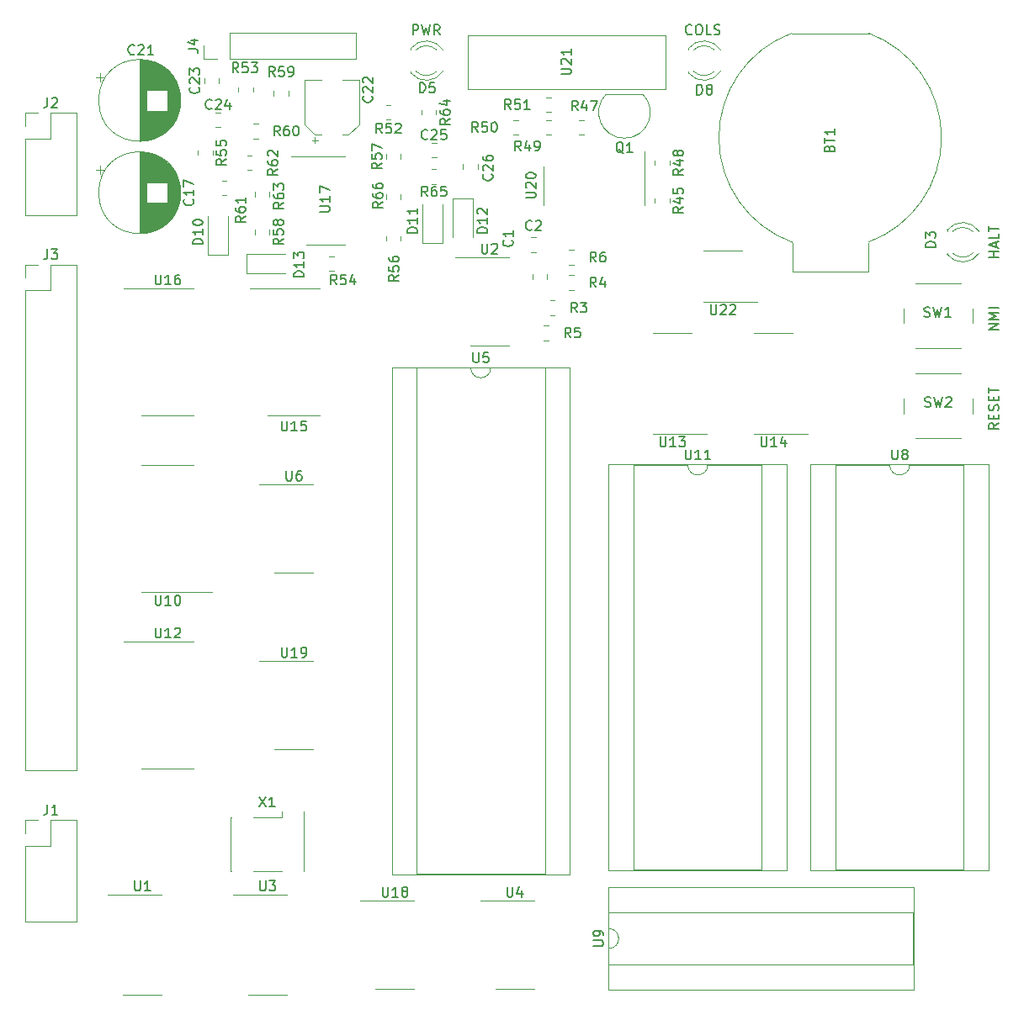
<source format=gbr>
%TF.GenerationSoftware,KiCad,Pcbnew,(5.1.9)-1*%
%TF.CreationDate,2022-03-13T14:27:44-04:00*%
%TF.ProjectId,cpu2,63707532-2e6b-4696-9361-645f70636258,rev?*%
%TF.SameCoordinates,Original*%
%TF.FileFunction,Legend,Top*%
%TF.FilePolarity,Positive*%
%FSLAX46Y46*%
G04 Gerber Fmt 4.6, Leading zero omitted, Abs format (unit mm)*
G04 Created by KiCad (PCBNEW (5.1.9)-1) date 2022-03-13 14:27:44*
%MOMM*%
%LPD*%
G01*
G04 APERTURE LIST*
%ADD10C,0.120000*%
%ADD11C,0.150000*%
G04 APERTURE END LIST*
D10*
%TO.C,U22*%
X91440000Y-48280000D02*
X94890000Y-48280000D01*
X91440000Y-48280000D02*
X89490000Y-48280000D01*
X91440000Y-43160000D02*
X93390000Y-43160000D01*
X91440000Y-43160000D02*
X89490000Y-43160000D01*
%TO.C,BT1*%
X98435000Y-45250000D02*
X98435000Y-42350000D01*
X106035000Y-45250000D02*
X98435000Y-45250000D01*
X106035000Y-42350000D02*
X106035000Y-45250000D01*
X98335000Y-21250000D02*
X106135000Y-21250000D01*
X106135000Y-21250001D02*
G75*
G02*
X106134999Y-42249999I-3900000J-10499999D01*
G01*
X98423285Y-42282370D02*
G75*
G02*
X98335001Y-21250001I3811715J10532370D01*
G01*
%TO.C,J4*%
X39170000Y-23830000D02*
X39170000Y-22500000D01*
X40500000Y-23830000D02*
X39170000Y-23830000D01*
X41770000Y-23830000D02*
X41770000Y-21170000D01*
X41770000Y-21170000D02*
X54530000Y-21170000D01*
X41770000Y-23830000D02*
X54530000Y-23830000D01*
X54530000Y-23830000D02*
X54530000Y-21170000D01*
%TO.C,R66*%
X57558000Y-37491936D02*
X57558000Y-37946064D01*
X59028000Y-37491936D02*
X59028000Y-37946064D01*
%TO.C,R65*%
X62129936Y-36422000D02*
X62584064Y-36422000D01*
X62129936Y-34952000D02*
X62584064Y-34952000D01*
%TO.C,R64*%
X61114000Y-28982936D02*
X61114000Y-29437064D01*
X62584000Y-28982936D02*
X62584000Y-29437064D01*
%TO.C,R63*%
X44350000Y-37237936D02*
X44350000Y-37692064D01*
X45820000Y-37237936D02*
X45820000Y-37692064D01*
%TO.C,R62*%
X44042064Y-33555000D02*
X43587936Y-33555000D01*
X44042064Y-35025000D02*
X43587936Y-35025000D01*
%TO.C,R61*%
X41047936Y-37565000D02*
X41502064Y-37565000D01*
X41047936Y-36095000D02*
X41502064Y-36095000D01*
%TO.C,R60*%
X44222936Y-31850000D02*
X44677064Y-31850000D01*
X44222936Y-30380000D02*
X44677064Y-30380000D01*
%TO.C,R59*%
X47725000Y-27532064D02*
X47725000Y-27077936D01*
X46255000Y-27532064D02*
X46255000Y-27077936D01*
%TO.C,R58*%
X44350000Y-41047936D02*
X44350000Y-41502064D01*
X45820000Y-41047936D02*
X45820000Y-41502064D01*
%TO.C,R57*%
X57558000Y-33427936D02*
X57558000Y-33882064D01*
X59028000Y-33427936D02*
X59028000Y-33882064D01*
%TO.C,R56*%
X59028000Y-42137064D02*
X59028000Y-41682936D01*
X57558000Y-42137064D02*
X57558000Y-41682936D01*
%TO.C,R55*%
X38635000Y-33046936D02*
X38635000Y-33501064D01*
X40105000Y-33046936D02*
X40105000Y-33501064D01*
%TO.C,R54*%
X51842936Y-45185000D02*
X52297064Y-45185000D01*
X51842936Y-43715000D02*
X52297064Y-43715000D01*
%TO.C,R53*%
X44169000Y-27151064D02*
X44169000Y-26696936D01*
X42699000Y-27151064D02*
X42699000Y-26696936D01*
%TO.C,D13*%
X43470000Y-43450000D02*
X47370000Y-43450000D01*
X43470000Y-45450000D02*
X47370000Y-45450000D01*
X43470000Y-43450000D02*
X43470000Y-45450000D01*
%TO.C,D12*%
X66278000Y-37882000D02*
X66278000Y-41782000D01*
X64278000Y-37882000D02*
X64278000Y-41782000D01*
X66278000Y-37882000D02*
X64278000Y-37882000D01*
%TO.C,D11*%
X61230000Y-42382000D02*
X61230000Y-38482000D01*
X63230000Y-42382000D02*
X63230000Y-38482000D01*
X61230000Y-42382000D02*
X63230000Y-42382000D01*
%TO.C,C26*%
X66775000Y-34932252D02*
X66775000Y-34409748D01*
X65305000Y-34932252D02*
X65305000Y-34409748D01*
%TO.C,C25*%
X62095748Y-33755000D02*
X62618252Y-33755000D01*
X62095748Y-32285000D02*
X62618252Y-32285000D01*
%TO.C,C24*%
X40378748Y-30707000D02*
X40901252Y-30707000D01*
X40378748Y-29237000D02*
X40901252Y-29237000D01*
%TO.C,C23*%
X40740000Y-26296252D02*
X40740000Y-25773748D01*
X39270000Y-26296252D02*
X39270000Y-25773748D01*
%TO.C,U21*%
X85642000Y-21430000D02*
X85642000Y-26830000D01*
X65742000Y-21430000D02*
X85642000Y-21430000D01*
X65742000Y-26830000D02*
X65742000Y-21430000D01*
X85642000Y-26830000D02*
X65742000Y-26830000D01*
%TO.C,U20*%
X83546000Y-36576000D02*
X83546000Y-33126000D01*
X83546000Y-36576000D02*
X83546000Y-38526000D01*
X73426000Y-36576000D02*
X73426000Y-34626000D01*
X73426000Y-36576000D02*
X73426000Y-38526000D01*
%TO.C,R52*%
X58012064Y-28475000D02*
X57557936Y-28475000D01*
X58012064Y-29945000D02*
X57557936Y-29945000D01*
%TO.C,R51*%
X73686936Y-29183000D02*
X74141064Y-29183000D01*
X73686936Y-27713000D02*
X74141064Y-27713000D01*
%TO.C,R50*%
X70384936Y-31469000D02*
X70839064Y-31469000D01*
X70384936Y-29999000D02*
X70839064Y-29999000D01*
%TO.C,R49*%
X74141064Y-29999000D02*
X73686936Y-29999000D01*
X74141064Y-31469000D02*
X73686936Y-31469000D01*
%TO.C,R48*%
X84609000Y-34062936D02*
X84609000Y-34517064D01*
X86079000Y-34062936D02*
X86079000Y-34517064D01*
%TO.C,R47*%
X77443064Y-29999000D02*
X76988936Y-29999000D01*
X77443064Y-31469000D02*
X76988936Y-31469000D01*
%TO.C,R45*%
X84609000Y-37872936D02*
X84609000Y-38327064D01*
X86079000Y-37872936D02*
X86079000Y-38327064D01*
%TO.C,Q1*%
X83334000Y-27360000D02*
X79734000Y-27360000D01*
X79695522Y-27371522D02*
G75*
G03*
X81534000Y-31810000I1838478J-1838478D01*
G01*
X83372478Y-27371522D02*
G75*
G02*
X81534000Y-31810000I-1838478J-1838478D01*
G01*
%TO.C,D10*%
X39640000Y-43525000D02*
X39640000Y-39625000D01*
X41640000Y-43525000D02*
X41640000Y-39625000D01*
X39640000Y-43525000D02*
X41640000Y-43525000D01*
%TO.C,D8*%
X87975000Y-25080000D02*
X87975000Y-25236000D01*
X87975000Y-22764000D02*
X87975000Y-22920000D01*
X90576130Y-25079837D02*
G75*
G02*
X88494039Y-25080000I-1041130J1079837D01*
G01*
X90576130Y-22920163D02*
G75*
G03*
X88494039Y-22920000I-1041130J-1079837D01*
G01*
X91207335Y-25078608D02*
G75*
G02*
X87975000Y-25235516I-1672335J1078608D01*
G01*
X91207335Y-22921392D02*
G75*
G03*
X87975000Y-22764484I-1672335J-1078608D01*
G01*
%TO.C,C22*%
X50072500Y-32014500D02*
X50697500Y-32014500D01*
X50385000Y-32327000D02*
X50385000Y-31702000D01*
X53765563Y-31462000D02*
X54830000Y-30397563D01*
X50374437Y-31462000D02*
X49310000Y-30397563D01*
X50374437Y-31462000D02*
X51010000Y-31462000D01*
X53765563Y-31462000D02*
X53130000Y-31462000D01*
X54830000Y-30397563D02*
X54830000Y-25942000D01*
X49310000Y-30397563D02*
X49310000Y-25942000D01*
X49310000Y-25942000D02*
X51010000Y-25942000D01*
X54830000Y-25942000D02*
X53130000Y-25942000D01*
%TO.C,U19*%
X48260000Y-84465000D02*
X44810000Y-84465000D01*
X48260000Y-84465000D02*
X50210000Y-84465000D01*
X48260000Y-93335000D02*
X46310000Y-93335000D01*
X48260000Y-93335000D02*
X50210000Y-93335000D01*
%TO.C,U18*%
X58420000Y-108595000D02*
X54970000Y-108595000D01*
X58420000Y-108595000D02*
X60370000Y-108595000D01*
X58420000Y-117465000D02*
X56470000Y-117465000D01*
X58420000Y-117465000D02*
X60370000Y-117465000D01*
%TO.C,U17*%
X51435000Y-33665000D02*
X47985000Y-33665000D01*
X51435000Y-33665000D02*
X53385000Y-33665000D01*
X51435000Y-42535000D02*
X49485000Y-42535000D01*
X51435000Y-42535000D02*
X53385000Y-42535000D01*
%TO.C,U3*%
X45611000Y-107970000D02*
X42161000Y-107970000D01*
X45611000Y-107970000D02*
X47561000Y-107970000D01*
X45611000Y-118090000D02*
X43661000Y-118090000D01*
X45611000Y-118090000D02*
X47561000Y-118090000D01*
%TO.C,U1*%
X33020000Y-107970000D02*
X29570000Y-107970000D01*
X33020000Y-107970000D02*
X34970000Y-107970000D01*
X33020000Y-118090000D02*
X31070000Y-118090000D01*
X33020000Y-118090000D02*
X34970000Y-118090000D01*
%TO.C,X1*%
X47033000Y-100170000D02*
X47033000Y-99570000D01*
X44153000Y-100170000D02*
X47033000Y-100170000D01*
X49293000Y-105570000D02*
X49233000Y-105570000D01*
X49293000Y-100170000D02*
X49293000Y-105570000D01*
X49233000Y-100170000D02*
X49293000Y-100170000D01*
X49233000Y-99570000D02*
X49233000Y-100170000D01*
X47033000Y-105570000D02*
X44153000Y-105570000D01*
X41893000Y-100170000D02*
X41953000Y-100170000D01*
X41893000Y-105570000D02*
X41893000Y-100170000D01*
X41953000Y-105570000D02*
X41893000Y-105570000D01*
%TO.C,U4*%
X70485000Y-108595000D02*
X67035000Y-108595000D01*
X70485000Y-108595000D02*
X72435000Y-108595000D01*
X70485000Y-117465000D02*
X68535000Y-117465000D01*
X70485000Y-117465000D02*
X72435000Y-117465000D01*
%TO.C,U16*%
X35560000Y-46930000D02*
X31110000Y-46930000D01*
X35560000Y-46930000D02*
X38210000Y-46930000D01*
X35560000Y-59750000D02*
X32910000Y-59750000D01*
X35560000Y-59750000D02*
X38210000Y-59750000D01*
%TO.C,U15*%
X48260000Y-46930000D02*
X43810000Y-46930000D01*
X48260000Y-46930000D02*
X50910000Y-46930000D01*
X48260000Y-59750000D02*
X45610000Y-59750000D01*
X48260000Y-59750000D02*
X50910000Y-59750000D01*
%TO.C,U12*%
X35560000Y-82490000D02*
X31110000Y-82490000D01*
X35560000Y-82490000D02*
X38210000Y-82490000D01*
X35560000Y-95310000D02*
X32910000Y-95310000D01*
X35560000Y-95310000D02*
X38210000Y-95310000D01*
%TO.C,U14*%
X96520000Y-61575000D02*
X99970000Y-61575000D01*
X96520000Y-61575000D02*
X94570000Y-61575000D01*
X96520000Y-51455000D02*
X98470000Y-51455000D01*
X96520000Y-51455000D02*
X94570000Y-51455000D01*
%TO.C,U13*%
X86360000Y-61575000D02*
X89810000Y-61575000D01*
X86360000Y-61575000D02*
X84410000Y-61575000D01*
X86360000Y-51455000D02*
X88310000Y-51455000D01*
X86360000Y-51455000D02*
X84410000Y-51455000D01*
%TO.C,U6*%
X48260000Y-66685000D02*
X44810000Y-66685000D01*
X48260000Y-66685000D02*
X50210000Y-66685000D01*
X48260000Y-75555000D02*
X46310000Y-75555000D01*
X48260000Y-75555000D02*
X50210000Y-75555000D01*
%TO.C,U2*%
X67945000Y-43825000D02*
X64495000Y-43825000D01*
X67945000Y-43825000D02*
X69895000Y-43825000D01*
X67945000Y-52695000D02*
X65995000Y-52695000D01*
X67945000Y-52695000D02*
X69895000Y-52695000D01*
%TO.C,U10*%
X35560000Y-77530000D02*
X40010000Y-77530000D01*
X35560000Y-77530000D02*
X32910000Y-77530000D01*
X35560000Y-64710000D02*
X38210000Y-64710000D01*
X35560000Y-64710000D02*
X32910000Y-64710000D01*
%TO.C,C17*%
X28740302Y-34585000D02*
X28740302Y-35385000D01*
X28340302Y-34985000D02*
X29140302Y-34985000D01*
X36831000Y-36767000D02*
X36831000Y-37833000D01*
X36791000Y-36532000D02*
X36791000Y-38068000D01*
X36751000Y-36352000D02*
X36751000Y-38248000D01*
X36711000Y-36202000D02*
X36711000Y-38398000D01*
X36671000Y-36071000D02*
X36671000Y-38529000D01*
X36631000Y-35954000D02*
X36631000Y-38646000D01*
X36591000Y-35847000D02*
X36591000Y-38753000D01*
X36551000Y-35748000D02*
X36551000Y-38852000D01*
X36511000Y-35655000D02*
X36511000Y-38945000D01*
X36471000Y-35569000D02*
X36471000Y-39031000D01*
X36431000Y-35487000D02*
X36431000Y-39113000D01*
X36391000Y-35410000D02*
X36391000Y-39190000D01*
X36351000Y-35336000D02*
X36351000Y-39264000D01*
X36311000Y-35266000D02*
X36311000Y-39334000D01*
X36271000Y-35198000D02*
X36271000Y-39402000D01*
X36231000Y-35134000D02*
X36231000Y-39466000D01*
X36191000Y-35072000D02*
X36191000Y-39528000D01*
X36151000Y-35013000D02*
X36151000Y-39587000D01*
X36111000Y-34955000D02*
X36111000Y-39645000D01*
X36071000Y-34900000D02*
X36071000Y-39700000D01*
X36031000Y-34846000D02*
X36031000Y-39754000D01*
X35991000Y-34795000D02*
X35991000Y-39805000D01*
X35951000Y-34744000D02*
X35951000Y-39856000D01*
X35911000Y-34696000D02*
X35911000Y-39904000D01*
X35871000Y-34649000D02*
X35871000Y-39951000D01*
X35831000Y-34603000D02*
X35831000Y-39997000D01*
X35791000Y-34559000D02*
X35791000Y-40041000D01*
X35751000Y-34516000D02*
X35751000Y-40084000D01*
X35711000Y-34474000D02*
X35711000Y-40126000D01*
X35671000Y-34433000D02*
X35671000Y-40167000D01*
X35631000Y-34393000D02*
X35631000Y-40207000D01*
X35591000Y-34355000D02*
X35591000Y-40245000D01*
X35551000Y-34317000D02*
X35551000Y-40283000D01*
X35511000Y-38340000D02*
X35511000Y-40319000D01*
X35511000Y-34281000D02*
X35511000Y-36260000D01*
X35471000Y-38340000D02*
X35471000Y-40355000D01*
X35471000Y-34245000D02*
X35471000Y-36260000D01*
X35431000Y-38340000D02*
X35431000Y-40390000D01*
X35431000Y-34210000D02*
X35431000Y-36260000D01*
X35391000Y-38340000D02*
X35391000Y-40424000D01*
X35391000Y-34176000D02*
X35391000Y-36260000D01*
X35351000Y-38340000D02*
X35351000Y-40456000D01*
X35351000Y-34144000D02*
X35351000Y-36260000D01*
X35311000Y-38340000D02*
X35311000Y-40489000D01*
X35311000Y-34111000D02*
X35311000Y-36260000D01*
X35271000Y-38340000D02*
X35271000Y-40520000D01*
X35271000Y-34080000D02*
X35271000Y-36260000D01*
X35231000Y-38340000D02*
X35231000Y-40550000D01*
X35231000Y-34050000D02*
X35231000Y-36260000D01*
X35191000Y-38340000D02*
X35191000Y-40580000D01*
X35191000Y-34020000D02*
X35191000Y-36260000D01*
X35151000Y-38340000D02*
X35151000Y-40609000D01*
X35151000Y-33991000D02*
X35151000Y-36260000D01*
X35111000Y-38340000D02*
X35111000Y-40638000D01*
X35111000Y-33962000D02*
X35111000Y-36260000D01*
X35071000Y-38340000D02*
X35071000Y-40665000D01*
X35071000Y-33935000D02*
X35071000Y-36260000D01*
X35031000Y-38340000D02*
X35031000Y-40692000D01*
X35031000Y-33908000D02*
X35031000Y-36260000D01*
X34991000Y-38340000D02*
X34991000Y-40718000D01*
X34991000Y-33882000D02*
X34991000Y-36260000D01*
X34951000Y-38340000D02*
X34951000Y-40744000D01*
X34951000Y-33856000D02*
X34951000Y-36260000D01*
X34911000Y-38340000D02*
X34911000Y-40769000D01*
X34911000Y-33831000D02*
X34911000Y-36260000D01*
X34871000Y-38340000D02*
X34871000Y-40793000D01*
X34871000Y-33807000D02*
X34871000Y-36260000D01*
X34831000Y-38340000D02*
X34831000Y-40817000D01*
X34831000Y-33783000D02*
X34831000Y-36260000D01*
X34791000Y-38340000D02*
X34791000Y-40840000D01*
X34791000Y-33760000D02*
X34791000Y-36260000D01*
X34751000Y-38340000D02*
X34751000Y-40862000D01*
X34751000Y-33738000D02*
X34751000Y-36260000D01*
X34711000Y-38340000D02*
X34711000Y-40884000D01*
X34711000Y-33716000D02*
X34711000Y-36260000D01*
X34671000Y-38340000D02*
X34671000Y-40906000D01*
X34671000Y-33694000D02*
X34671000Y-36260000D01*
X34631000Y-38340000D02*
X34631000Y-40927000D01*
X34631000Y-33673000D02*
X34631000Y-36260000D01*
X34591000Y-38340000D02*
X34591000Y-40947000D01*
X34591000Y-33653000D02*
X34591000Y-36260000D01*
X34551000Y-38340000D02*
X34551000Y-40966000D01*
X34551000Y-33634000D02*
X34551000Y-36260000D01*
X34511000Y-38340000D02*
X34511000Y-40986000D01*
X34511000Y-33614000D02*
X34511000Y-36260000D01*
X34471000Y-38340000D02*
X34471000Y-41004000D01*
X34471000Y-33596000D02*
X34471000Y-36260000D01*
X34431000Y-38340000D02*
X34431000Y-41022000D01*
X34431000Y-33578000D02*
X34431000Y-36260000D01*
X34391000Y-38340000D02*
X34391000Y-41040000D01*
X34391000Y-33560000D02*
X34391000Y-36260000D01*
X34351000Y-38340000D02*
X34351000Y-41057000D01*
X34351000Y-33543000D02*
X34351000Y-36260000D01*
X34311000Y-38340000D02*
X34311000Y-41074000D01*
X34311000Y-33526000D02*
X34311000Y-36260000D01*
X34271000Y-38340000D02*
X34271000Y-41090000D01*
X34271000Y-33510000D02*
X34271000Y-36260000D01*
X34231000Y-38340000D02*
X34231000Y-41105000D01*
X34231000Y-33495000D02*
X34231000Y-36260000D01*
X34191000Y-38340000D02*
X34191000Y-41121000D01*
X34191000Y-33479000D02*
X34191000Y-36260000D01*
X34151000Y-38340000D02*
X34151000Y-41135000D01*
X34151000Y-33465000D02*
X34151000Y-36260000D01*
X34111000Y-38340000D02*
X34111000Y-41150000D01*
X34111000Y-33450000D02*
X34111000Y-36260000D01*
X34071000Y-38340000D02*
X34071000Y-41163000D01*
X34071000Y-33437000D02*
X34071000Y-36260000D01*
X34031000Y-38340000D02*
X34031000Y-41177000D01*
X34031000Y-33423000D02*
X34031000Y-36260000D01*
X33991000Y-38340000D02*
X33991000Y-41189000D01*
X33991000Y-33411000D02*
X33991000Y-36260000D01*
X33951000Y-38340000D02*
X33951000Y-41202000D01*
X33951000Y-33398000D02*
X33951000Y-36260000D01*
X33911000Y-38340000D02*
X33911000Y-41214000D01*
X33911000Y-33386000D02*
X33911000Y-36260000D01*
X33871000Y-38340000D02*
X33871000Y-41225000D01*
X33871000Y-33375000D02*
X33871000Y-36260000D01*
X33831000Y-38340000D02*
X33831000Y-41236000D01*
X33831000Y-33364000D02*
X33831000Y-36260000D01*
X33791000Y-38340000D02*
X33791000Y-41247000D01*
X33791000Y-33353000D02*
X33791000Y-36260000D01*
X33751000Y-38340000D02*
X33751000Y-41257000D01*
X33751000Y-33343000D02*
X33751000Y-36260000D01*
X33711000Y-38340000D02*
X33711000Y-41267000D01*
X33711000Y-33333000D02*
X33711000Y-36260000D01*
X33671000Y-38340000D02*
X33671000Y-41276000D01*
X33671000Y-33324000D02*
X33671000Y-36260000D01*
X33631000Y-38340000D02*
X33631000Y-41285000D01*
X33631000Y-33315000D02*
X33631000Y-36260000D01*
X33591000Y-38340000D02*
X33591000Y-41294000D01*
X33591000Y-33306000D02*
X33591000Y-36260000D01*
X33551000Y-38340000D02*
X33551000Y-41302000D01*
X33551000Y-33298000D02*
X33551000Y-36260000D01*
X33511000Y-38340000D02*
X33511000Y-41310000D01*
X33511000Y-33290000D02*
X33511000Y-36260000D01*
X33471000Y-38340000D02*
X33471000Y-41317000D01*
X33471000Y-33283000D02*
X33471000Y-36260000D01*
X33430000Y-33276000D02*
X33430000Y-41324000D01*
X33390000Y-33270000D02*
X33390000Y-41330000D01*
X33350000Y-33263000D02*
X33350000Y-41337000D01*
X33310000Y-33258000D02*
X33310000Y-41342000D01*
X33270000Y-33252000D02*
X33270000Y-41348000D01*
X33230000Y-33248000D02*
X33230000Y-41352000D01*
X33190000Y-33243000D02*
X33190000Y-41357000D01*
X33150000Y-33239000D02*
X33150000Y-41361000D01*
X33110000Y-33235000D02*
X33110000Y-41365000D01*
X33070000Y-33232000D02*
X33070000Y-41368000D01*
X33030000Y-33229000D02*
X33030000Y-41371000D01*
X32990000Y-33226000D02*
X32990000Y-41374000D01*
X32950000Y-33224000D02*
X32950000Y-41376000D01*
X32910000Y-33223000D02*
X32910000Y-41377000D01*
X32870000Y-33221000D02*
X32870000Y-41379000D01*
X32830000Y-33220000D02*
X32830000Y-41380000D01*
X32790000Y-33220000D02*
X32790000Y-41380000D01*
X32750000Y-33220000D02*
X32750000Y-41380000D01*
X36870000Y-37300000D02*
G75*
G03*
X36870000Y-37300000I-4120000J0D01*
G01*
%TO.C,SW2*%
X110855000Y-62015000D02*
X115355000Y-62015000D01*
X109605000Y-58015000D02*
X109605000Y-59515000D01*
X115355000Y-55515000D02*
X110855000Y-55515000D01*
X116605000Y-59515000D02*
X116605000Y-58015000D01*
%TO.C,SW1*%
X110855000Y-52943000D02*
X115355000Y-52943000D01*
X109605000Y-48943000D02*
X109605000Y-50443000D01*
X115355000Y-46443000D02*
X110855000Y-46443000D01*
X116605000Y-50443000D02*
X116605000Y-48943000D01*
%TO.C,C21*%
X28740302Y-25285000D02*
X28740302Y-26085000D01*
X28340302Y-25685000D02*
X29140302Y-25685000D01*
X36831000Y-27467000D02*
X36831000Y-28533000D01*
X36791000Y-27232000D02*
X36791000Y-28768000D01*
X36751000Y-27052000D02*
X36751000Y-28948000D01*
X36711000Y-26902000D02*
X36711000Y-29098000D01*
X36671000Y-26771000D02*
X36671000Y-29229000D01*
X36631000Y-26654000D02*
X36631000Y-29346000D01*
X36591000Y-26547000D02*
X36591000Y-29453000D01*
X36551000Y-26448000D02*
X36551000Y-29552000D01*
X36511000Y-26355000D02*
X36511000Y-29645000D01*
X36471000Y-26269000D02*
X36471000Y-29731000D01*
X36431000Y-26187000D02*
X36431000Y-29813000D01*
X36391000Y-26110000D02*
X36391000Y-29890000D01*
X36351000Y-26036000D02*
X36351000Y-29964000D01*
X36311000Y-25966000D02*
X36311000Y-30034000D01*
X36271000Y-25898000D02*
X36271000Y-30102000D01*
X36231000Y-25834000D02*
X36231000Y-30166000D01*
X36191000Y-25772000D02*
X36191000Y-30228000D01*
X36151000Y-25713000D02*
X36151000Y-30287000D01*
X36111000Y-25655000D02*
X36111000Y-30345000D01*
X36071000Y-25600000D02*
X36071000Y-30400000D01*
X36031000Y-25546000D02*
X36031000Y-30454000D01*
X35991000Y-25495000D02*
X35991000Y-30505000D01*
X35951000Y-25444000D02*
X35951000Y-30556000D01*
X35911000Y-25396000D02*
X35911000Y-30604000D01*
X35871000Y-25349000D02*
X35871000Y-30651000D01*
X35831000Y-25303000D02*
X35831000Y-30697000D01*
X35791000Y-25259000D02*
X35791000Y-30741000D01*
X35751000Y-25216000D02*
X35751000Y-30784000D01*
X35711000Y-25174000D02*
X35711000Y-30826000D01*
X35671000Y-25133000D02*
X35671000Y-30867000D01*
X35631000Y-25093000D02*
X35631000Y-30907000D01*
X35591000Y-25055000D02*
X35591000Y-30945000D01*
X35551000Y-25017000D02*
X35551000Y-30983000D01*
X35511000Y-29040000D02*
X35511000Y-31019000D01*
X35511000Y-24981000D02*
X35511000Y-26960000D01*
X35471000Y-29040000D02*
X35471000Y-31055000D01*
X35471000Y-24945000D02*
X35471000Y-26960000D01*
X35431000Y-29040000D02*
X35431000Y-31090000D01*
X35431000Y-24910000D02*
X35431000Y-26960000D01*
X35391000Y-29040000D02*
X35391000Y-31124000D01*
X35391000Y-24876000D02*
X35391000Y-26960000D01*
X35351000Y-29040000D02*
X35351000Y-31156000D01*
X35351000Y-24844000D02*
X35351000Y-26960000D01*
X35311000Y-29040000D02*
X35311000Y-31189000D01*
X35311000Y-24811000D02*
X35311000Y-26960000D01*
X35271000Y-29040000D02*
X35271000Y-31220000D01*
X35271000Y-24780000D02*
X35271000Y-26960000D01*
X35231000Y-29040000D02*
X35231000Y-31250000D01*
X35231000Y-24750000D02*
X35231000Y-26960000D01*
X35191000Y-29040000D02*
X35191000Y-31280000D01*
X35191000Y-24720000D02*
X35191000Y-26960000D01*
X35151000Y-29040000D02*
X35151000Y-31309000D01*
X35151000Y-24691000D02*
X35151000Y-26960000D01*
X35111000Y-29040000D02*
X35111000Y-31338000D01*
X35111000Y-24662000D02*
X35111000Y-26960000D01*
X35071000Y-29040000D02*
X35071000Y-31365000D01*
X35071000Y-24635000D02*
X35071000Y-26960000D01*
X35031000Y-29040000D02*
X35031000Y-31392000D01*
X35031000Y-24608000D02*
X35031000Y-26960000D01*
X34991000Y-29040000D02*
X34991000Y-31418000D01*
X34991000Y-24582000D02*
X34991000Y-26960000D01*
X34951000Y-29040000D02*
X34951000Y-31444000D01*
X34951000Y-24556000D02*
X34951000Y-26960000D01*
X34911000Y-29040000D02*
X34911000Y-31469000D01*
X34911000Y-24531000D02*
X34911000Y-26960000D01*
X34871000Y-29040000D02*
X34871000Y-31493000D01*
X34871000Y-24507000D02*
X34871000Y-26960000D01*
X34831000Y-29040000D02*
X34831000Y-31517000D01*
X34831000Y-24483000D02*
X34831000Y-26960000D01*
X34791000Y-29040000D02*
X34791000Y-31540000D01*
X34791000Y-24460000D02*
X34791000Y-26960000D01*
X34751000Y-29040000D02*
X34751000Y-31562000D01*
X34751000Y-24438000D02*
X34751000Y-26960000D01*
X34711000Y-29040000D02*
X34711000Y-31584000D01*
X34711000Y-24416000D02*
X34711000Y-26960000D01*
X34671000Y-29040000D02*
X34671000Y-31606000D01*
X34671000Y-24394000D02*
X34671000Y-26960000D01*
X34631000Y-29040000D02*
X34631000Y-31627000D01*
X34631000Y-24373000D02*
X34631000Y-26960000D01*
X34591000Y-29040000D02*
X34591000Y-31647000D01*
X34591000Y-24353000D02*
X34591000Y-26960000D01*
X34551000Y-29040000D02*
X34551000Y-31666000D01*
X34551000Y-24334000D02*
X34551000Y-26960000D01*
X34511000Y-29040000D02*
X34511000Y-31686000D01*
X34511000Y-24314000D02*
X34511000Y-26960000D01*
X34471000Y-29040000D02*
X34471000Y-31704000D01*
X34471000Y-24296000D02*
X34471000Y-26960000D01*
X34431000Y-29040000D02*
X34431000Y-31722000D01*
X34431000Y-24278000D02*
X34431000Y-26960000D01*
X34391000Y-29040000D02*
X34391000Y-31740000D01*
X34391000Y-24260000D02*
X34391000Y-26960000D01*
X34351000Y-29040000D02*
X34351000Y-31757000D01*
X34351000Y-24243000D02*
X34351000Y-26960000D01*
X34311000Y-29040000D02*
X34311000Y-31774000D01*
X34311000Y-24226000D02*
X34311000Y-26960000D01*
X34271000Y-29040000D02*
X34271000Y-31790000D01*
X34271000Y-24210000D02*
X34271000Y-26960000D01*
X34231000Y-29040000D02*
X34231000Y-31805000D01*
X34231000Y-24195000D02*
X34231000Y-26960000D01*
X34191000Y-29040000D02*
X34191000Y-31821000D01*
X34191000Y-24179000D02*
X34191000Y-26960000D01*
X34151000Y-29040000D02*
X34151000Y-31835000D01*
X34151000Y-24165000D02*
X34151000Y-26960000D01*
X34111000Y-29040000D02*
X34111000Y-31850000D01*
X34111000Y-24150000D02*
X34111000Y-26960000D01*
X34071000Y-29040000D02*
X34071000Y-31863000D01*
X34071000Y-24137000D02*
X34071000Y-26960000D01*
X34031000Y-29040000D02*
X34031000Y-31877000D01*
X34031000Y-24123000D02*
X34031000Y-26960000D01*
X33991000Y-29040000D02*
X33991000Y-31889000D01*
X33991000Y-24111000D02*
X33991000Y-26960000D01*
X33951000Y-29040000D02*
X33951000Y-31902000D01*
X33951000Y-24098000D02*
X33951000Y-26960000D01*
X33911000Y-29040000D02*
X33911000Y-31914000D01*
X33911000Y-24086000D02*
X33911000Y-26960000D01*
X33871000Y-29040000D02*
X33871000Y-31925000D01*
X33871000Y-24075000D02*
X33871000Y-26960000D01*
X33831000Y-29040000D02*
X33831000Y-31936000D01*
X33831000Y-24064000D02*
X33831000Y-26960000D01*
X33791000Y-29040000D02*
X33791000Y-31947000D01*
X33791000Y-24053000D02*
X33791000Y-26960000D01*
X33751000Y-29040000D02*
X33751000Y-31957000D01*
X33751000Y-24043000D02*
X33751000Y-26960000D01*
X33711000Y-29040000D02*
X33711000Y-31967000D01*
X33711000Y-24033000D02*
X33711000Y-26960000D01*
X33671000Y-29040000D02*
X33671000Y-31976000D01*
X33671000Y-24024000D02*
X33671000Y-26960000D01*
X33631000Y-29040000D02*
X33631000Y-31985000D01*
X33631000Y-24015000D02*
X33631000Y-26960000D01*
X33591000Y-29040000D02*
X33591000Y-31994000D01*
X33591000Y-24006000D02*
X33591000Y-26960000D01*
X33551000Y-29040000D02*
X33551000Y-32002000D01*
X33551000Y-23998000D02*
X33551000Y-26960000D01*
X33511000Y-29040000D02*
X33511000Y-32010000D01*
X33511000Y-23990000D02*
X33511000Y-26960000D01*
X33471000Y-29040000D02*
X33471000Y-32017000D01*
X33471000Y-23983000D02*
X33471000Y-26960000D01*
X33430000Y-23976000D02*
X33430000Y-32024000D01*
X33390000Y-23970000D02*
X33390000Y-32030000D01*
X33350000Y-23963000D02*
X33350000Y-32037000D01*
X33310000Y-23958000D02*
X33310000Y-32042000D01*
X33270000Y-23952000D02*
X33270000Y-32048000D01*
X33230000Y-23948000D02*
X33230000Y-32052000D01*
X33190000Y-23943000D02*
X33190000Y-32057000D01*
X33150000Y-23939000D02*
X33150000Y-32061000D01*
X33110000Y-23935000D02*
X33110000Y-32065000D01*
X33070000Y-23932000D02*
X33070000Y-32068000D01*
X33030000Y-23929000D02*
X33030000Y-32071000D01*
X32990000Y-23926000D02*
X32990000Y-32074000D01*
X32950000Y-23924000D02*
X32950000Y-32076000D01*
X32910000Y-23923000D02*
X32910000Y-32077000D01*
X32870000Y-23921000D02*
X32870000Y-32079000D01*
X32830000Y-23920000D02*
X32830000Y-32080000D01*
X32790000Y-23920000D02*
X32790000Y-32080000D01*
X32750000Y-23920000D02*
X32750000Y-32080000D01*
X36870000Y-28000000D02*
G75*
G03*
X36870000Y-28000000I-4120000J0D01*
G01*
%TO.C,U9*%
X79890000Y-107255000D02*
X79890000Y-117535000D01*
X110610000Y-107255000D02*
X79890000Y-107255000D01*
X110610000Y-117535000D02*
X110610000Y-107255000D01*
X79890000Y-117535000D02*
X110610000Y-117535000D01*
X79950000Y-109745000D02*
X79950000Y-111395000D01*
X110550000Y-109745000D02*
X79950000Y-109745000D01*
X110550000Y-115045000D02*
X110550000Y-109745000D01*
X79950000Y-115045000D02*
X110550000Y-115045000D01*
X79950000Y-113395000D02*
X79950000Y-115045000D01*
X79950000Y-111395000D02*
G75*
G02*
X79950000Y-113395000I0J-1000000D01*
G01*
%TO.C,U5*%
X76019000Y-54871000D02*
X58119000Y-54871000D01*
X76019000Y-105911000D02*
X76019000Y-54871000D01*
X58119000Y-105911000D02*
X76019000Y-105911000D01*
X58119000Y-54871000D02*
X58119000Y-105911000D01*
X73529000Y-54931000D02*
X68069000Y-54931000D01*
X73529000Y-105851000D02*
X73529000Y-54931000D01*
X60609000Y-105851000D02*
X73529000Y-105851000D01*
X60609000Y-54931000D02*
X60609000Y-105851000D01*
X66069000Y-54931000D02*
X60609000Y-54931000D01*
X68069000Y-54931000D02*
G75*
G02*
X66069000Y-54931000I-1000000J0D01*
G01*
%TO.C,U11*%
X87900000Y-64710000D02*
X82440000Y-64710000D01*
X82440000Y-64710000D02*
X82440000Y-105470000D01*
X82440000Y-105470000D02*
X95360000Y-105470000D01*
X95360000Y-105470000D02*
X95360000Y-64710000D01*
X95360000Y-64710000D02*
X89900000Y-64710000D01*
X79950000Y-64650000D02*
X79950000Y-105530000D01*
X79950000Y-105530000D02*
X97850000Y-105530000D01*
X97850000Y-105530000D02*
X97850000Y-64650000D01*
X97850000Y-64650000D02*
X79950000Y-64650000D01*
X89900000Y-64710000D02*
G75*
G02*
X87900000Y-64710000I-1000000J0D01*
G01*
%TO.C,U8*%
X118170000Y-64650000D02*
X100270000Y-64650000D01*
X118170000Y-105530000D02*
X118170000Y-64650000D01*
X100270000Y-105530000D02*
X118170000Y-105530000D01*
X100270000Y-64650000D02*
X100270000Y-105530000D01*
X115680000Y-64710000D02*
X110220000Y-64710000D01*
X115680000Y-105470000D02*
X115680000Y-64710000D01*
X102760000Y-105470000D02*
X115680000Y-105470000D01*
X102760000Y-64710000D02*
X102760000Y-105470000D01*
X108220000Y-64710000D02*
X102760000Y-64710000D01*
X110220000Y-64710000D02*
G75*
G02*
X108220000Y-64710000I-1000000J0D01*
G01*
%TO.C,J2*%
X21210000Y-39550000D02*
X26410000Y-39550000D01*
X21210000Y-31870000D02*
X21210000Y-39550000D01*
X26410000Y-29270000D02*
X26410000Y-39550000D01*
X21210000Y-31870000D02*
X23810000Y-31870000D01*
X23810000Y-31870000D02*
X23810000Y-29270000D01*
X23810000Y-29270000D02*
X26410000Y-29270000D01*
X21210000Y-30600000D02*
X21210000Y-29270000D01*
X21210000Y-29270000D02*
X22540000Y-29270000D01*
%TO.C,J1*%
X21210000Y-100450000D02*
X22540000Y-100450000D01*
X21210000Y-101780000D02*
X21210000Y-100450000D01*
X23810000Y-100450000D02*
X26410000Y-100450000D01*
X23810000Y-103050000D02*
X23810000Y-100450000D01*
X21210000Y-103050000D02*
X23810000Y-103050000D01*
X26410000Y-100450000D02*
X26410000Y-110730000D01*
X21210000Y-103050000D02*
X21210000Y-110730000D01*
X21210000Y-110730000D02*
X26410000Y-110730000D01*
%TO.C,D5*%
X60035000Y-25080000D02*
X60035000Y-25236000D01*
X60035000Y-22764000D02*
X60035000Y-22920000D01*
X62636130Y-25079837D02*
G75*
G02*
X60554039Y-25080000I-1041130J1079837D01*
G01*
X62636130Y-22920163D02*
G75*
G03*
X60554039Y-22920000I-1041130J-1079837D01*
G01*
X63267335Y-25078608D02*
G75*
G02*
X60035000Y-25235516I-1672335J1078608D01*
G01*
X63267335Y-22921392D02*
G75*
G03*
X60035000Y-22764484I-1672335J-1078608D01*
G01*
%TO.C,D3*%
X114010000Y-43371000D02*
X114010000Y-43527000D01*
X114010000Y-41055000D02*
X114010000Y-41211000D01*
X116611130Y-43370837D02*
G75*
G02*
X114529039Y-43371000I-1041130J1079837D01*
G01*
X116611130Y-41211163D02*
G75*
G03*
X114529039Y-41211000I-1041130J-1079837D01*
G01*
X117242335Y-43369608D02*
G75*
G02*
X114010000Y-43526516I-1672335J1078608D01*
G01*
X117242335Y-41212392D02*
G75*
G03*
X114010000Y-41055484I-1672335J-1078608D01*
G01*
%TO.C,R6*%
X75972936Y-44550000D02*
X76427064Y-44550000D01*
X75972936Y-43080000D02*
X76427064Y-43080000D01*
%TO.C,R5*%
X73432936Y-52170000D02*
X73887064Y-52170000D01*
X73432936Y-50700000D02*
X73887064Y-50700000D01*
%TO.C,R4*%
X75972936Y-47090000D02*
X76427064Y-47090000D01*
X75972936Y-45620000D02*
X76427064Y-45620000D01*
%TO.C,R3*%
X74067936Y-49630000D02*
X74522064Y-49630000D01*
X74067936Y-48160000D02*
X74522064Y-48160000D01*
%TO.C,C2*%
X72128748Y-43280000D02*
X72651252Y-43280000D01*
X72128748Y-41810000D02*
X72651252Y-41810000D01*
%TO.C,C1*%
X72290000Y-45458748D02*
X72290000Y-45981252D01*
X73760000Y-45458748D02*
X73760000Y-45981252D01*
%TO.C,J3*%
X21210000Y-95460000D02*
X26410000Y-95460000D01*
X21210000Y-47140000D02*
X21210000Y-95460000D01*
X26410000Y-44540000D02*
X26410000Y-95460000D01*
X21210000Y-47140000D02*
X23810000Y-47140000D01*
X23810000Y-47140000D02*
X23810000Y-44540000D01*
X23810000Y-44540000D02*
X26410000Y-44540000D01*
X21210000Y-45870000D02*
X21210000Y-44540000D01*
X21210000Y-44540000D02*
X22540000Y-44540000D01*
%TO.C,U22*%
D11*
X90201904Y-48572380D02*
X90201904Y-49381904D01*
X90249523Y-49477142D01*
X90297142Y-49524761D01*
X90392380Y-49572380D01*
X90582857Y-49572380D01*
X90678095Y-49524761D01*
X90725714Y-49477142D01*
X90773333Y-49381904D01*
X90773333Y-48572380D01*
X91201904Y-48667619D02*
X91249523Y-48620000D01*
X91344761Y-48572380D01*
X91582857Y-48572380D01*
X91678095Y-48620000D01*
X91725714Y-48667619D01*
X91773333Y-48762857D01*
X91773333Y-48858095D01*
X91725714Y-49000952D01*
X91154285Y-49572380D01*
X91773333Y-49572380D01*
X92154285Y-48667619D02*
X92201904Y-48620000D01*
X92297142Y-48572380D01*
X92535238Y-48572380D01*
X92630476Y-48620000D01*
X92678095Y-48667619D01*
X92725714Y-48762857D01*
X92725714Y-48858095D01*
X92678095Y-49000952D01*
X92106666Y-49572380D01*
X92725714Y-49572380D01*
%TO.C,BT1*%
X102163571Y-32835714D02*
X102211190Y-32692857D01*
X102258809Y-32645238D01*
X102354047Y-32597619D01*
X102496904Y-32597619D01*
X102592142Y-32645238D01*
X102639761Y-32692857D01*
X102687380Y-32788095D01*
X102687380Y-33169047D01*
X101687380Y-33169047D01*
X101687380Y-32835714D01*
X101735000Y-32740476D01*
X101782619Y-32692857D01*
X101877857Y-32645238D01*
X101973095Y-32645238D01*
X102068333Y-32692857D01*
X102115952Y-32740476D01*
X102163571Y-32835714D01*
X102163571Y-33169047D01*
X101687380Y-32311904D02*
X101687380Y-31740476D01*
X102687380Y-32026190D02*
X101687380Y-32026190D01*
X102687380Y-30883333D02*
X102687380Y-31454761D01*
X102687380Y-31169047D02*
X101687380Y-31169047D01*
X101830238Y-31264285D01*
X101925476Y-31359523D01*
X101973095Y-31454761D01*
%TO.C,J4*%
X37622380Y-22833333D02*
X38336666Y-22833333D01*
X38479523Y-22880952D01*
X38574761Y-22976190D01*
X38622380Y-23119047D01*
X38622380Y-23214285D01*
X37955714Y-21928571D02*
X38622380Y-21928571D01*
X37574761Y-22166666D02*
X38289047Y-22404761D01*
X38289047Y-21785714D01*
%TO.C,R66*%
X57195980Y-38234857D02*
X56719790Y-38568190D01*
X57195980Y-38806285D02*
X56195980Y-38806285D01*
X56195980Y-38425333D01*
X56243600Y-38330095D01*
X56291219Y-38282476D01*
X56386457Y-38234857D01*
X56529314Y-38234857D01*
X56624552Y-38282476D01*
X56672171Y-38330095D01*
X56719790Y-38425333D01*
X56719790Y-38806285D01*
X56195980Y-37377714D02*
X56195980Y-37568190D01*
X56243600Y-37663428D01*
X56291219Y-37711047D01*
X56434076Y-37806285D01*
X56624552Y-37853904D01*
X57005504Y-37853904D01*
X57100742Y-37806285D01*
X57148361Y-37758666D01*
X57195980Y-37663428D01*
X57195980Y-37472952D01*
X57148361Y-37377714D01*
X57100742Y-37330095D01*
X57005504Y-37282476D01*
X56767409Y-37282476D01*
X56672171Y-37330095D01*
X56624552Y-37377714D01*
X56576933Y-37472952D01*
X56576933Y-37663428D01*
X56624552Y-37758666D01*
X56672171Y-37806285D01*
X56767409Y-37853904D01*
X56195980Y-36425333D02*
X56195980Y-36615809D01*
X56243600Y-36711047D01*
X56291219Y-36758666D01*
X56434076Y-36853904D01*
X56624552Y-36901523D01*
X57005504Y-36901523D01*
X57100742Y-36853904D01*
X57148361Y-36806285D01*
X57195980Y-36711047D01*
X57195980Y-36520571D01*
X57148361Y-36425333D01*
X57100742Y-36377714D01*
X57005504Y-36330095D01*
X56767409Y-36330095D01*
X56672171Y-36377714D01*
X56624552Y-36425333D01*
X56576933Y-36520571D01*
X56576933Y-36711047D01*
X56624552Y-36806285D01*
X56672171Y-36853904D01*
X56767409Y-36901523D01*
%TO.C,R65*%
X61714142Y-37663380D02*
X61380809Y-37187190D01*
X61142714Y-37663380D02*
X61142714Y-36663380D01*
X61523666Y-36663380D01*
X61618904Y-36711000D01*
X61666523Y-36758619D01*
X61714142Y-36853857D01*
X61714142Y-36996714D01*
X61666523Y-37091952D01*
X61618904Y-37139571D01*
X61523666Y-37187190D01*
X61142714Y-37187190D01*
X62571285Y-36663380D02*
X62380809Y-36663380D01*
X62285571Y-36711000D01*
X62237952Y-36758619D01*
X62142714Y-36901476D01*
X62095095Y-37091952D01*
X62095095Y-37472904D01*
X62142714Y-37568142D01*
X62190333Y-37615761D01*
X62285571Y-37663380D01*
X62476047Y-37663380D01*
X62571285Y-37615761D01*
X62618904Y-37568142D01*
X62666523Y-37472904D01*
X62666523Y-37234809D01*
X62618904Y-37139571D01*
X62571285Y-37091952D01*
X62476047Y-37044333D01*
X62285571Y-37044333D01*
X62190333Y-37091952D01*
X62142714Y-37139571D01*
X62095095Y-37234809D01*
X63571285Y-36663380D02*
X63095095Y-36663380D01*
X63047476Y-37139571D01*
X63095095Y-37091952D01*
X63190333Y-37044333D01*
X63428428Y-37044333D01*
X63523666Y-37091952D01*
X63571285Y-37139571D01*
X63618904Y-37234809D01*
X63618904Y-37472904D01*
X63571285Y-37568142D01*
X63523666Y-37615761D01*
X63428428Y-37663380D01*
X63190333Y-37663380D01*
X63095095Y-37615761D01*
X63047476Y-37568142D01*
%TO.C,R64*%
X63951380Y-29852857D02*
X63475190Y-30186190D01*
X63951380Y-30424285D02*
X62951380Y-30424285D01*
X62951380Y-30043333D01*
X62999000Y-29948095D01*
X63046619Y-29900476D01*
X63141857Y-29852857D01*
X63284714Y-29852857D01*
X63379952Y-29900476D01*
X63427571Y-29948095D01*
X63475190Y-30043333D01*
X63475190Y-30424285D01*
X62951380Y-28995714D02*
X62951380Y-29186190D01*
X62999000Y-29281428D01*
X63046619Y-29329047D01*
X63189476Y-29424285D01*
X63379952Y-29471904D01*
X63760904Y-29471904D01*
X63856142Y-29424285D01*
X63903761Y-29376666D01*
X63951380Y-29281428D01*
X63951380Y-29090952D01*
X63903761Y-28995714D01*
X63856142Y-28948095D01*
X63760904Y-28900476D01*
X63522809Y-28900476D01*
X63427571Y-28948095D01*
X63379952Y-28995714D01*
X63332333Y-29090952D01*
X63332333Y-29281428D01*
X63379952Y-29376666D01*
X63427571Y-29424285D01*
X63522809Y-29471904D01*
X63284714Y-28043333D02*
X63951380Y-28043333D01*
X62903761Y-28281428D02*
X63618047Y-28519523D01*
X63618047Y-27900476D01*
%TO.C,R63*%
X47239180Y-38285657D02*
X46762990Y-38618990D01*
X47239180Y-38857085D02*
X46239180Y-38857085D01*
X46239180Y-38476133D01*
X46286800Y-38380895D01*
X46334419Y-38333276D01*
X46429657Y-38285657D01*
X46572514Y-38285657D01*
X46667752Y-38333276D01*
X46715371Y-38380895D01*
X46762990Y-38476133D01*
X46762990Y-38857085D01*
X46239180Y-37428514D02*
X46239180Y-37618990D01*
X46286800Y-37714228D01*
X46334419Y-37761847D01*
X46477276Y-37857085D01*
X46667752Y-37904704D01*
X47048704Y-37904704D01*
X47143942Y-37857085D01*
X47191561Y-37809466D01*
X47239180Y-37714228D01*
X47239180Y-37523752D01*
X47191561Y-37428514D01*
X47143942Y-37380895D01*
X47048704Y-37333276D01*
X46810609Y-37333276D01*
X46715371Y-37380895D01*
X46667752Y-37428514D01*
X46620133Y-37523752D01*
X46620133Y-37714228D01*
X46667752Y-37809466D01*
X46715371Y-37857085D01*
X46810609Y-37904704D01*
X46239180Y-36999942D02*
X46239180Y-36380895D01*
X46620133Y-36714228D01*
X46620133Y-36571371D01*
X46667752Y-36476133D01*
X46715371Y-36428514D01*
X46810609Y-36380895D01*
X47048704Y-36380895D01*
X47143942Y-36428514D01*
X47191561Y-36476133D01*
X47239180Y-36571371D01*
X47239180Y-36857085D01*
X47191561Y-36952323D01*
X47143942Y-36999942D01*
%TO.C,R62*%
X46629580Y-34932857D02*
X46153390Y-35266190D01*
X46629580Y-35504285D02*
X45629580Y-35504285D01*
X45629580Y-35123333D01*
X45677200Y-35028095D01*
X45724819Y-34980476D01*
X45820057Y-34932857D01*
X45962914Y-34932857D01*
X46058152Y-34980476D01*
X46105771Y-35028095D01*
X46153390Y-35123333D01*
X46153390Y-35504285D01*
X45629580Y-34075714D02*
X45629580Y-34266190D01*
X45677200Y-34361428D01*
X45724819Y-34409047D01*
X45867676Y-34504285D01*
X46058152Y-34551904D01*
X46439104Y-34551904D01*
X46534342Y-34504285D01*
X46581961Y-34456666D01*
X46629580Y-34361428D01*
X46629580Y-34170952D01*
X46581961Y-34075714D01*
X46534342Y-34028095D01*
X46439104Y-33980476D01*
X46201009Y-33980476D01*
X46105771Y-34028095D01*
X46058152Y-34075714D01*
X46010533Y-34170952D01*
X46010533Y-34361428D01*
X46058152Y-34456666D01*
X46105771Y-34504285D01*
X46201009Y-34551904D01*
X45724819Y-33599523D02*
X45677200Y-33551904D01*
X45629580Y-33456666D01*
X45629580Y-33218571D01*
X45677200Y-33123333D01*
X45724819Y-33075714D01*
X45820057Y-33028095D01*
X45915295Y-33028095D01*
X46058152Y-33075714D01*
X46629580Y-33647142D01*
X46629580Y-33028095D01*
%TO.C,R61*%
X43378380Y-39657257D02*
X42902190Y-39990590D01*
X43378380Y-40228685D02*
X42378380Y-40228685D01*
X42378380Y-39847733D01*
X42426000Y-39752495D01*
X42473619Y-39704876D01*
X42568857Y-39657257D01*
X42711714Y-39657257D01*
X42806952Y-39704876D01*
X42854571Y-39752495D01*
X42902190Y-39847733D01*
X42902190Y-40228685D01*
X42378380Y-38800114D02*
X42378380Y-38990590D01*
X42426000Y-39085828D01*
X42473619Y-39133447D01*
X42616476Y-39228685D01*
X42806952Y-39276304D01*
X43187904Y-39276304D01*
X43283142Y-39228685D01*
X43330761Y-39181066D01*
X43378380Y-39085828D01*
X43378380Y-38895352D01*
X43330761Y-38800114D01*
X43283142Y-38752495D01*
X43187904Y-38704876D01*
X42949809Y-38704876D01*
X42854571Y-38752495D01*
X42806952Y-38800114D01*
X42759333Y-38895352D01*
X42759333Y-39085828D01*
X42806952Y-39181066D01*
X42854571Y-39228685D01*
X42949809Y-39276304D01*
X43378380Y-37752495D02*
X43378380Y-38323923D01*
X43378380Y-38038209D02*
X42378380Y-38038209D01*
X42521238Y-38133447D01*
X42616476Y-38228685D01*
X42664095Y-38323923D01*
%TO.C,R60*%
X46855142Y-31567380D02*
X46521809Y-31091190D01*
X46283714Y-31567380D02*
X46283714Y-30567380D01*
X46664666Y-30567380D01*
X46759904Y-30615000D01*
X46807523Y-30662619D01*
X46855142Y-30757857D01*
X46855142Y-30900714D01*
X46807523Y-30995952D01*
X46759904Y-31043571D01*
X46664666Y-31091190D01*
X46283714Y-31091190D01*
X47712285Y-30567380D02*
X47521809Y-30567380D01*
X47426571Y-30615000D01*
X47378952Y-30662619D01*
X47283714Y-30805476D01*
X47236095Y-30995952D01*
X47236095Y-31376904D01*
X47283714Y-31472142D01*
X47331333Y-31519761D01*
X47426571Y-31567380D01*
X47617047Y-31567380D01*
X47712285Y-31519761D01*
X47759904Y-31472142D01*
X47807523Y-31376904D01*
X47807523Y-31138809D01*
X47759904Y-31043571D01*
X47712285Y-30995952D01*
X47617047Y-30948333D01*
X47426571Y-30948333D01*
X47331333Y-30995952D01*
X47283714Y-31043571D01*
X47236095Y-31138809D01*
X48426571Y-30567380D02*
X48521809Y-30567380D01*
X48617047Y-30615000D01*
X48664666Y-30662619D01*
X48712285Y-30757857D01*
X48759904Y-30948333D01*
X48759904Y-31186428D01*
X48712285Y-31376904D01*
X48664666Y-31472142D01*
X48617047Y-31519761D01*
X48521809Y-31567380D01*
X48426571Y-31567380D01*
X48331333Y-31519761D01*
X48283714Y-31472142D01*
X48236095Y-31376904D01*
X48188476Y-31186428D01*
X48188476Y-30948333D01*
X48236095Y-30757857D01*
X48283714Y-30662619D01*
X48331333Y-30615000D01*
X48426571Y-30567380D01*
%TO.C,R59*%
X46347142Y-25598380D02*
X46013809Y-25122190D01*
X45775714Y-25598380D02*
X45775714Y-24598380D01*
X46156666Y-24598380D01*
X46251904Y-24646000D01*
X46299523Y-24693619D01*
X46347142Y-24788857D01*
X46347142Y-24931714D01*
X46299523Y-25026952D01*
X46251904Y-25074571D01*
X46156666Y-25122190D01*
X45775714Y-25122190D01*
X47251904Y-24598380D02*
X46775714Y-24598380D01*
X46728095Y-25074571D01*
X46775714Y-25026952D01*
X46870952Y-24979333D01*
X47109047Y-24979333D01*
X47204285Y-25026952D01*
X47251904Y-25074571D01*
X47299523Y-25169809D01*
X47299523Y-25407904D01*
X47251904Y-25503142D01*
X47204285Y-25550761D01*
X47109047Y-25598380D01*
X46870952Y-25598380D01*
X46775714Y-25550761D01*
X46728095Y-25503142D01*
X47775714Y-25598380D02*
X47966190Y-25598380D01*
X48061428Y-25550761D01*
X48109047Y-25503142D01*
X48204285Y-25360285D01*
X48251904Y-25169809D01*
X48251904Y-24788857D01*
X48204285Y-24693619D01*
X48156666Y-24646000D01*
X48061428Y-24598380D01*
X47870952Y-24598380D01*
X47775714Y-24646000D01*
X47728095Y-24693619D01*
X47680476Y-24788857D01*
X47680476Y-25026952D01*
X47728095Y-25122190D01*
X47775714Y-25169809D01*
X47870952Y-25217428D01*
X48061428Y-25217428D01*
X48156666Y-25169809D01*
X48204285Y-25122190D01*
X48251904Y-25026952D01*
%TO.C,R58*%
X47187380Y-41917857D02*
X46711190Y-42251190D01*
X47187380Y-42489285D02*
X46187380Y-42489285D01*
X46187380Y-42108333D01*
X46235000Y-42013095D01*
X46282619Y-41965476D01*
X46377857Y-41917857D01*
X46520714Y-41917857D01*
X46615952Y-41965476D01*
X46663571Y-42013095D01*
X46711190Y-42108333D01*
X46711190Y-42489285D01*
X46187380Y-41013095D02*
X46187380Y-41489285D01*
X46663571Y-41536904D01*
X46615952Y-41489285D01*
X46568333Y-41394047D01*
X46568333Y-41155952D01*
X46615952Y-41060714D01*
X46663571Y-41013095D01*
X46758809Y-40965476D01*
X46996904Y-40965476D01*
X47092142Y-41013095D01*
X47139761Y-41060714D01*
X47187380Y-41155952D01*
X47187380Y-41394047D01*
X47139761Y-41489285D01*
X47092142Y-41536904D01*
X46615952Y-40394047D02*
X46568333Y-40489285D01*
X46520714Y-40536904D01*
X46425476Y-40584523D01*
X46377857Y-40584523D01*
X46282619Y-40536904D01*
X46235000Y-40489285D01*
X46187380Y-40394047D01*
X46187380Y-40203571D01*
X46235000Y-40108333D01*
X46282619Y-40060714D01*
X46377857Y-40013095D01*
X46425476Y-40013095D01*
X46520714Y-40060714D01*
X46568333Y-40108333D01*
X46615952Y-40203571D01*
X46615952Y-40394047D01*
X46663571Y-40489285D01*
X46711190Y-40536904D01*
X46806428Y-40584523D01*
X46996904Y-40584523D01*
X47092142Y-40536904D01*
X47139761Y-40489285D01*
X47187380Y-40394047D01*
X47187380Y-40203571D01*
X47139761Y-40108333D01*
X47092142Y-40060714D01*
X46996904Y-40013095D01*
X46806428Y-40013095D01*
X46711190Y-40060714D01*
X46663571Y-40108333D01*
X46615952Y-40203571D01*
%TO.C,R57*%
X57094380Y-34297857D02*
X56618190Y-34631190D01*
X57094380Y-34869285D02*
X56094380Y-34869285D01*
X56094380Y-34488333D01*
X56142000Y-34393095D01*
X56189619Y-34345476D01*
X56284857Y-34297857D01*
X56427714Y-34297857D01*
X56522952Y-34345476D01*
X56570571Y-34393095D01*
X56618190Y-34488333D01*
X56618190Y-34869285D01*
X56094380Y-33393095D02*
X56094380Y-33869285D01*
X56570571Y-33916904D01*
X56522952Y-33869285D01*
X56475333Y-33774047D01*
X56475333Y-33535952D01*
X56522952Y-33440714D01*
X56570571Y-33393095D01*
X56665809Y-33345476D01*
X56903904Y-33345476D01*
X56999142Y-33393095D01*
X57046761Y-33440714D01*
X57094380Y-33535952D01*
X57094380Y-33774047D01*
X57046761Y-33869285D01*
X56999142Y-33916904D01*
X56094380Y-33012142D02*
X56094380Y-32345476D01*
X57094380Y-32774047D01*
%TO.C,R56*%
X58821580Y-45600857D02*
X58345390Y-45934190D01*
X58821580Y-46172285D02*
X57821580Y-46172285D01*
X57821580Y-45791333D01*
X57869200Y-45696095D01*
X57916819Y-45648476D01*
X58012057Y-45600857D01*
X58154914Y-45600857D01*
X58250152Y-45648476D01*
X58297771Y-45696095D01*
X58345390Y-45791333D01*
X58345390Y-46172285D01*
X57821580Y-44696095D02*
X57821580Y-45172285D01*
X58297771Y-45219904D01*
X58250152Y-45172285D01*
X58202533Y-45077047D01*
X58202533Y-44838952D01*
X58250152Y-44743714D01*
X58297771Y-44696095D01*
X58393009Y-44648476D01*
X58631104Y-44648476D01*
X58726342Y-44696095D01*
X58773961Y-44743714D01*
X58821580Y-44838952D01*
X58821580Y-45077047D01*
X58773961Y-45172285D01*
X58726342Y-45219904D01*
X57821580Y-43791333D02*
X57821580Y-43981809D01*
X57869200Y-44077047D01*
X57916819Y-44124666D01*
X58059676Y-44219904D01*
X58250152Y-44267523D01*
X58631104Y-44267523D01*
X58726342Y-44219904D01*
X58773961Y-44172285D01*
X58821580Y-44077047D01*
X58821580Y-43886571D01*
X58773961Y-43791333D01*
X58726342Y-43743714D01*
X58631104Y-43696095D01*
X58393009Y-43696095D01*
X58297771Y-43743714D01*
X58250152Y-43791333D01*
X58202533Y-43886571D01*
X58202533Y-44077047D01*
X58250152Y-44172285D01*
X58297771Y-44219904D01*
X58393009Y-44267523D01*
%TO.C,R55*%
X41472380Y-33916857D02*
X40996190Y-34250190D01*
X41472380Y-34488285D02*
X40472380Y-34488285D01*
X40472380Y-34107333D01*
X40520000Y-34012095D01*
X40567619Y-33964476D01*
X40662857Y-33916857D01*
X40805714Y-33916857D01*
X40900952Y-33964476D01*
X40948571Y-34012095D01*
X40996190Y-34107333D01*
X40996190Y-34488285D01*
X40472380Y-33012095D02*
X40472380Y-33488285D01*
X40948571Y-33535904D01*
X40900952Y-33488285D01*
X40853333Y-33393047D01*
X40853333Y-33154952D01*
X40900952Y-33059714D01*
X40948571Y-33012095D01*
X41043809Y-32964476D01*
X41281904Y-32964476D01*
X41377142Y-33012095D01*
X41424761Y-33059714D01*
X41472380Y-33154952D01*
X41472380Y-33393047D01*
X41424761Y-33488285D01*
X41377142Y-33535904D01*
X40472380Y-32059714D02*
X40472380Y-32535904D01*
X40948571Y-32583523D01*
X40900952Y-32535904D01*
X40853333Y-32440666D01*
X40853333Y-32202571D01*
X40900952Y-32107333D01*
X40948571Y-32059714D01*
X41043809Y-32012095D01*
X41281904Y-32012095D01*
X41377142Y-32059714D01*
X41424761Y-32107333D01*
X41472380Y-32202571D01*
X41472380Y-32440666D01*
X41424761Y-32535904D01*
X41377142Y-32583523D01*
%TO.C,R54*%
X52570142Y-46553380D02*
X52236809Y-46077190D01*
X51998714Y-46553380D02*
X51998714Y-45553380D01*
X52379666Y-45553380D01*
X52474904Y-45601000D01*
X52522523Y-45648619D01*
X52570142Y-45743857D01*
X52570142Y-45886714D01*
X52522523Y-45981952D01*
X52474904Y-46029571D01*
X52379666Y-46077190D01*
X51998714Y-46077190D01*
X53474904Y-45553380D02*
X52998714Y-45553380D01*
X52951095Y-46029571D01*
X52998714Y-45981952D01*
X53093952Y-45934333D01*
X53332047Y-45934333D01*
X53427285Y-45981952D01*
X53474904Y-46029571D01*
X53522523Y-46124809D01*
X53522523Y-46362904D01*
X53474904Y-46458142D01*
X53427285Y-46505761D01*
X53332047Y-46553380D01*
X53093952Y-46553380D01*
X52998714Y-46505761D01*
X52951095Y-46458142D01*
X54379666Y-45886714D02*
X54379666Y-46553380D01*
X54141571Y-45505761D02*
X53903476Y-46220047D01*
X54522523Y-46220047D01*
%TO.C,R53*%
X42689542Y-25191980D02*
X42356209Y-24715790D01*
X42118114Y-25191980D02*
X42118114Y-24191980D01*
X42499066Y-24191980D01*
X42594304Y-24239600D01*
X42641923Y-24287219D01*
X42689542Y-24382457D01*
X42689542Y-24525314D01*
X42641923Y-24620552D01*
X42594304Y-24668171D01*
X42499066Y-24715790D01*
X42118114Y-24715790D01*
X43594304Y-24191980D02*
X43118114Y-24191980D01*
X43070495Y-24668171D01*
X43118114Y-24620552D01*
X43213352Y-24572933D01*
X43451447Y-24572933D01*
X43546685Y-24620552D01*
X43594304Y-24668171D01*
X43641923Y-24763409D01*
X43641923Y-25001504D01*
X43594304Y-25096742D01*
X43546685Y-25144361D01*
X43451447Y-25191980D01*
X43213352Y-25191980D01*
X43118114Y-25144361D01*
X43070495Y-25096742D01*
X43975257Y-24191980D02*
X44594304Y-24191980D01*
X44260971Y-24572933D01*
X44403828Y-24572933D01*
X44499066Y-24620552D01*
X44546685Y-24668171D01*
X44594304Y-24763409D01*
X44594304Y-25001504D01*
X44546685Y-25096742D01*
X44499066Y-25144361D01*
X44403828Y-25191980D01*
X44118114Y-25191980D01*
X44022876Y-25144361D01*
X43975257Y-25096742D01*
%TO.C,D13*%
X49271180Y-45765885D02*
X48271180Y-45765885D01*
X48271180Y-45527790D01*
X48318800Y-45384933D01*
X48414038Y-45289695D01*
X48509276Y-45242076D01*
X48699752Y-45194457D01*
X48842609Y-45194457D01*
X49033085Y-45242076D01*
X49128323Y-45289695D01*
X49223561Y-45384933D01*
X49271180Y-45527790D01*
X49271180Y-45765885D01*
X49271180Y-44242076D02*
X49271180Y-44813504D01*
X49271180Y-44527790D02*
X48271180Y-44527790D01*
X48414038Y-44623028D01*
X48509276Y-44718266D01*
X48556895Y-44813504D01*
X48271180Y-43908742D02*
X48271180Y-43289695D01*
X48652133Y-43623028D01*
X48652133Y-43480171D01*
X48699752Y-43384933D01*
X48747371Y-43337314D01*
X48842609Y-43289695D01*
X49080704Y-43289695D01*
X49175942Y-43337314D01*
X49223561Y-43384933D01*
X49271180Y-43480171D01*
X49271180Y-43765885D01*
X49223561Y-43861123D01*
X49175942Y-43908742D01*
%TO.C,D12*%
X67730380Y-41346285D02*
X66730380Y-41346285D01*
X66730380Y-41108190D01*
X66778000Y-40965333D01*
X66873238Y-40870095D01*
X66968476Y-40822476D01*
X67158952Y-40774857D01*
X67301809Y-40774857D01*
X67492285Y-40822476D01*
X67587523Y-40870095D01*
X67682761Y-40965333D01*
X67730380Y-41108190D01*
X67730380Y-41346285D01*
X67730380Y-39822476D02*
X67730380Y-40393904D01*
X67730380Y-40108190D02*
X66730380Y-40108190D01*
X66873238Y-40203428D01*
X66968476Y-40298666D01*
X67016095Y-40393904D01*
X66825619Y-39441523D02*
X66778000Y-39393904D01*
X66730380Y-39298666D01*
X66730380Y-39060571D01*
X66778000Y-38965333D01*
X66825619Y-38917714D01*
X66920857Y-38870095D01*
X67016095Y-38870095D01*
X67158952Y-38917714D01*
X67730380Y-39489142D01*
X67730380Y-38870095D01*
%TO.C,D11*%
X60682380Y-41346285D02*
X59682380Y-41346285D01*
X59682380Y-41108190D01*
X59730000Y-40965333D01*
X59825238Y-40870095D01*
X59920476Y-40822476D01*
X60110952Y-40774857D01*
X60253809Y-40774857D01*
X60444285Y-40822476D01*
X60539523Y-40870095D01*
X60634761Y-40965333D01*
X60682380Y-41108190D01*
X60682380Y-41346285D01*
X60682380Y-39822476D02*
X60682380Y-40393904D01*
X60682380Y-40108190D02*
X59682380Y-40108190D01*
X59825238Y-40203428D01*
X59920476Y-40298666D01*
X59968095Y-40393904D01*
X60682380Y-38870095D02*
X60682380Y-39441523D01*
X60682380Y-39155809D02*
X59682380Y-39155809D01*
X59825238Y-39251047D01*
X59920476Y-39346285D01*
X59968095Y-39441523D01*
%TO.C,C26*%
X68175142Y-35440857D02*
X68222761Y-35488476D01*
X68270380Y-35631333D01*
X68270380Y-35726571D01*
X68222761Y-35869428D01*
X68127523Y-35964666D01*
X68032285Y-36012285D01*
X67841809Y-36059904D01*
X67698952Y-36059904D01*
X67508476Y-36012285D01*
X67413238Y-35964666D01*
X67318000Y-35869428D01*
X67270380Y-35726571D01*
X67270380Y-35631333D01*
X67318000Y-35488476D01*
X67365619Y-35440857D01*
X67365619Y-35059904D02*
X67318000Y-35012285D01*
X67270380Y-34917047D01*
X67270380Y-34678952D01*
X67318000Y-34583714D01*
X67365619Y-34536095D01*
X67460857Y-34488476D01*
X67556095Y-34488476D01*
X67698952Y-34536095D01*
X68270380Y-35107523D01*
X68270380Y-34488476D01*
X67270380Y-33631333D02*
X67270380Y-33821809D01*
X67318000Y-33917047D01*
X67365619Y-33964666D01*
X67508476Y-34059904D01*
X67698952Y-34107523D01*
X68079904Y-34107523D01*
X68175142Y-34059904D01*
X68222761Y-34012285D01*
X68270380Y-33917047D01*
X68270380Y-33726571D01*
X68222761Y-33631333D01*
X68175142Y-33583714D01*
X68079904Y-33536095D01*
X67841809Y-33536095D01*
X67746571Y-33583714D01*
X67698952Y-33631333D01*
X67651333Y-33726571D01*
X67651333Y-33917047D01*
X67698952Y-34012285D01*
X67746571Y-34059904D01*
X67841809Y-34107523D01*
%TO.C,C25*%
X61714142Y-31853142D02*
X61666523Y-31900761D01*
X61523666Y-31948380D01*
X61428428Y-31948380D01*
X61285571Y-31900761D01*
X61190333Y-31805523D01*
X61142714Y-31710285D01*
X61095095Y-31519809D01*
X61095095Y-31376952D01*
X61142714Y-31186476D01*
X61190333Y-31091238D01*
X61285571Y-30996000D01*
X61428428Y-30948380D01*
X61523666Y-30948380D01*
X61666523Y-30996000D01*
X61714142Y-31043619D01*
X62095095Y-31043619D02*
X62142714Y-30996000D01*
X62237952Y-30948380D01*
X62476047Y-30948380D01*
X62571285Y-30996000D01*
X62618904Y-31043619D01*
X62666523Y-31138857D01*
X62666523Y-31234095D01*
X62618904Y-31376952D01*
X62047476Y-31948380D01*
X62666523Y-31948380D01*
X63571285Y-30948380D02*
X63095095Y-30948380D01*
X63047476Y-31424571D01*
X63095095Y-31376952D01*
X63190333Y-31329333D01*
X63428428Y-31329333D01*
X63523666Y-31376952D01*
X63571285Y-31424571D01*
X63618904Y-31519809D01*
X63618904Y-31757904D01*
X63571285Y-31853142D01*
X63523666Y-31900761D01*
X63428428Y-31948380D01*
X63190333Y-31948380D01*
X63095095Y-31900761D01*
X63047476Y-31853142D01*
%TO.C,C24*%
X39997142Y-28805142D02*
X39949523Y-28852761D01*
X39806666Y-28900380D01*
X39711428Y-28900380D01*
X39568571Y-28852761D01*
X39473333Y-28757523D01*
X39425714Y-28662285D01*
X39378095Y-28471809D01*
X39378095Y-28328952D01*
X39425714Y-28138476D01*
X39473333Y-28043238D01*
X39568571Y-27948000D01*
X39711428Y-27900380D01*
X39806666Y-27900380D01*
X39949523Y-27948000D01*
X39997142Y-27995619D01*
X40378095Y-27995619D02*
X40425714Y-27948000D01*
X40520952Y-27900380D01*
X40759047Y-27900380D01*
X40854285Y-27948000D01*
X40901904Y-27995619D01*
X40949523Y-28090857D01*
X40949523Y-28186095D01*
X40901904Y-28328952D01*
X40330476Y-28900380D01*
X40949523Y-28900380D01*
X41806666Y-28233714D02*
X41806666Y-28900380D01*
X41568571Y-27852761D02*
X41330476Y-28567047D01*
X41949523Y-28567047D01*
%TO.C,C23*%
X38682142Y-26677857D02*
X38729761Y-26725476D01*
X38777380Y-26868333D01*
X38777380Y-26963571D01*
X38729761Y-27106428D01*
X38634523Y-27201666D01*
X38539285Y-27249285D01*
X38348809Y-27296904D01*
X38205952Y-27296904D01*
X38015476Y-27249285D01*
X37920238Y-27201666D01*
X37825000Y-27106428D01*
X37777380Y-26963571D01*
X37777380Y-26868333D01*
X37825000Y-26725476D01*
X37872619Y-26677857D01*
X37872619Y-26296904D02*
X37825000Y-26249285D01*
X37777380Y-26154047D01*
X37777380Y-25915952D01*
X37825000Y-25820714D01*
X37872619Y-25773095D01*
X37967857Y-25725476D01*
X38063095Y-25725476D01*
X38205952Y-25773095D01*
X38777380Y-26344523D01*
X38777380Y-25725476D01*
X37777380Y-25392142D02*
X37777380Y-24773095D01*
X38158333Y-25106428D01*
X38158333Y-24963571D01*
X38205952Y-24868333D01*
X38253571Y-24820714D01*
X38348809Y-24773095D01*
X38586904Y-24773095D01*
X38682142Y-24820714D01*
X38729761Y-24868333D01*
X38777380Y-24963571D01*
X38777380Y-25249285D01*
X38729761Y-25344523D01*
X38682142Y-25392142D01*
%TO.C,U21*%
X75144380Y-25368095D02*
X75953904Y-25368095D01*
X76049142Y-25320476D01*
X76096761Y-25272857D01*
X76144380Y-25177619D01*
X76144380Y-24987142D01*
X76096761Y-24891904D01*
X76049142Y-24844285D01*
X75953904Y-24796666D01*
X75144380Y-24796666D01*
X75239619Y-24368095D02*
X75192000Y-24320476D01*
X75144380Y-24225238D01*
X75144380Y-23987142D01*
X75192000Y-23891904D01*
X75239619Y-23844285D01*
X75334857Y-23796666D01*
X75430095Y-23796666D01*
X75572952Y-23844285D01*
X76144380Y-24415714D01*
X76144380Y-23796666D01*
X76144380Y-22844285D02*
X76144380Y-23415714D01*
X76144380Y-23130000D02*
X75144380Y-23130000D01*
X75287238Y-23225238D01*
X75382476Y-23320476D01*
X75430095Y-23415714D01*
%TO.C,U20*%
X71588380Y-37814095D02*
X72397904Y-37814095D01*
X72493142Y-37766476D01*
X72540761Y-37718857D01*
X72588380Y-37623619D01*
X72588380Y-37433142D01*
X72540761Y-37337904D01*
X72493142Y-37290285D01*
X72397904Y-37242666D01*
X71588380Y-37242666D01*
X71683619Y-36814095D02*
X71636000Y-36766476D01*
X71588380Y-36671238D01*
X71588380Y-36433142D01*
X71636000Y-36337904D01*
X71683619Y-36290285D01*
X71778857Y-36242666D01*
X71874095Y-36242666D01*
X72016952Y-36290285D01*
X72588380Y-36861714D01*
X72588380Y-36242666D01*
X71588380Y-35623619D02*
X71588380Y-35528380D01*
X71636000Y-35433142D01*
X71683619Y-35385523D01*
X71778857Y-35337904D01*
X71969333Y-35290285D01*
X72207428Y-35290285D01*
X72397904Y-35337904D01*
X72493142Y-35385523D01*
X72540761Y-35433142D01*
X72588380Y-35528380D01*
X72588380Y-35623619D01*
X72540761Y-35718857D01*
X72493142Y-35766476D01*
X72397904Y-35814095D01*
X72207428Y-35861714D01*
X71969333Y-35861714D01*
X71778857Y-35814095D01*
X71683619Y-35766476D01*
X71636000Y-35718857D01*
X71588380Y-35623619D01*
%TO.C,R52*%
X57142142Y-31312380D02*
X56808809Y-30836190D01*
X56570714Y-31312380D02*
X56570714Y-30312380D01*
X56951666Y-30312380D01*
X57046904Y-30360000D01*
X57094523Y-30407619D01*
X57142142Y-30502857D01*
X57142142Y-30645714D01*
X57094523Y-30740952D01*
X57046904Y-30788571D01*
X56951666Y-30836190D01*
X56570714Y-30836190D01*
X58046904Y-30312380D02*
X57570714Y-30312380D01*
X57523095Y-30788571D01*
X57570714Y-30740952D01*
X57665952Y-30693333D01*
X57904047Y-30693333D01*
X57999285Y-30740952D01*
X58046904Y-30788571D01*
X58094523Y-30883809D01*
X58094523Y-31121904D01*
X58046904Y-31217142D01*
X57999285Y-31264761D01*
X57904047Y-31312380D01*
X57665952Y-31312380D01*
X57570714Y-31264761D01*
X57523095Y-31217142D01*
X58475476Y-30407619D02*
X58523095Y-30360000D01*
X58618333Y-30312380D01*
X58856428Y-30312380D01*
X58951666Y-30360000D01*
X58999285Y-30407619D01*
X59046904Y-30502857D01*
X59046904Y-30598095D01*
X58999285Y-30740952D01*
X58427857Y-31312380D01*
X59046904Y-31312380D01*
%TO.C,R51*%
X70096142Y-28900380D02*
X69762809Y-28424190D01*
X69524714Y-28900380D02*
X69524714Y-27900380D01*
X69905666Y-27900380D01*
X70000904Y-27948000D01*
X70048523Y-27995619D01*
X70096142Y-28090857D01*
X70096142Y-28233714D01*
X70048523Y-28328952D01*
X70000904Y-28376571D01*
X69905666Y-28424190D01*
X69524714Y-28424190D01*
X71000904Y-27900380D02*
X70524714Y-27900380D01*
X70477095Y-28376571D01*
X70524714Y-28328952D01*
X70619952Y-28281333D01*
X70858047Y-28281333D01*
X70953285Y-28328952D01*
X71000904Y-28376571D01*
X71048523Y-28471809D01*
X71048523Y-28709904D01*
X71000904Y-28805142D01*
X70953285Y-28852761D01*
X70858047Y-28900380D01*
X70619952Y-28900380D01*
X70524714Y-28852761D01*
X70477095Y-28805142D01*
X72000904Y-28900380D02*
X71429476Y-28900380D01*
X71715190Y-28900380D02*
X71715190Y-27900380D01*
X71619952Y-28043238D01*
X71524714Y-28138476D01*
X71429476Y-28186095D01*
%TO.C,R50*%
X66794142Y-31186380D02*
X66460809Y-30710190D01*
X66222714Y-31186380D02*
X66222714Y-30186380D01*
X66603666Y-30186380D01*
X66698904Y-30234000D01*
X66746523Y-30281619D01*
X66794142Y-30376857D01*
X66794142Y-30519714D01*
X66746523Y-30614952D01*
X66698904Y-30662571D01*
X66603666Y-30710190D01*
X66222714Y-30710190D01*
X67698904Y-30186380D02*
X67222714Y-30186380D01*
X67175095Y-30662571D01*
X67222714Y-30614952D01*
X67317952Y-30567333D01*
X67556047Y-30567333D01*
X67651285Y-30614952D01*
X67698904Y-30662571D01*
X67746523Y-30757809D01*
X67746523Y-30995904D01*
X67698904Y-31091142D01*
X67651285Y-31138761D01*
X67556047Y-31186380D01*
X67317952Y-31186380D01*
X67222714Y-31138761D01*
X67175095Y-31091142D01*
X68365571Y-30186380D02*
X68460809Y-30186380D01*
X68556047Y-30234000D01*
X68603666Y-30281619D01*
X68651285Y-30376857D01*
X68698904Y-30567333D01*
X68698904Y-30805428D01*
X68651285Y-30995904D01*
X68603666Y-31091142D01*
X68556047Y-31138761D01*
X68460809Y-31186380D01*
X68365571Y-31186380D01*
X68270333Y-31138761D01*
X68222714Y-31091142D01*
X68175095Y-30995904D01*
X68127476Y-30805428D01*
X68127476Y-30567333D01*
X68175095Y-30376857D01*
X68222714Y-30281619D01*
X68270333Y-30234000D01*
X68365571Y-30186380D01*
%TO.C,R49*%
X71112142Y-33091380D02*
X70778809Y-32615190D01*
X70540714Y-33091380D02*
X70540714Y-32091380D01*
X70921666Y-32091380D01*
X71016904Y-32139000D01*
X71064523Y-32186619D01*
X71112142Y-32281857D01*
X71112142Y-32424714D01*
X71064523Y-32519952D01*
X71016904Y-32567571D01*
X70921666Y-32615190D01*
X70540714Y-32615190D01*
X71969285Y-32424714D02*
X71969285Y-33091380D01*
X71731190Y-32043761D02*
X71493095Y-32758047D01*
X72112142Y-32758047D01*
X72540714Y-33091380D02*
X72731190Y-33091380D01*
X72826428Y-33043761D01*
X72874047Y-32996142D01*
X72969285Y-32853285D01*
X73016904Y-32662809D01*
X73016904Y-32281857D01*
X72969285Y-32186619D01*
X72921666Y-32139000D01*
X72826428Y-32091380D01*
X72635952Y-32091380D01*
X72540714Y-32139000D01*
X72493095Y-32186619D01*
X72445476Y-32281857D01*
X72445476Y-32519952D01*
X72493095Y-32615190D01*
X72540714Y-32662809D01*
X72635952Y-32710428D01*
X72826428Y-32710428D01*
X72921666Y-32662809D01*
X72969285Y-32615190D01*
X73016904Y-32519952D01*
%TO.C,R48*%
X87446380Y-34932857D02*
X86970190Y-35266190D01*
X87446380Y-35504285D02*
X86446380Y-35504285D01*
X86446380Y-35123333D01*
X86494000Y-35028095D01*
X86541619Y-34980476D01*
X86636857Y-34932857D01*
X86779714Y-34932857D01*
X86874952Y-34980476D01*
X86922571Y-35028095D01*
X86970190Y-35123333D01*
X86970190Y-35504285D01*
X86779714Y-34075714D02*
X87446380Y-34075714D01*
X86398761Y-34313809D02*
X87113047Y-34551904D01*
X87113047Y-33932857D01*
X86874952Y-33409047D02*
X86827333Y-33504285D01*
X86779714Y-33551904D01*
X86684476Y-33599523D01*
X86636857Y-33599523D01*
X86541619Y-33551904D01*
X86494000Y-33504285D01*
X86446380Y-33409047D01*
X86446380Y-33218571D01*
X86494000Y-33123333D01*
X86541619Y-33075714D01*
X86636857Y-33028095D01*
X86684476Y-33028095D01*
X86779714Y-33075714D01*
X86827333Y-33123333D01*
X86874952Y-33218571D01*
X86874952Y-33409047D01*
X86922571Y-33504285D01*
X86970190Y-33551904D01*
X87065428Y-33599523D01*
X87255904Y-33599523D01*
X87351142Y-33551904D01*
X87398761Y-33504285D01*
X87446380Y-33409047D01*
X87446380Y-33218571D01*
X87398761Y-33123333D01*
X87351142Y-33075714D01*
X87255904Y-33028095D01*
X87065428Y-33028095D01*
X86970190Y-33075714D01*
X86922571Y-33123333D01*
X86874952Y-33218571D01*
%TO.C,R47*%
X76827142Y-29027380D02*
X76493809Y-28551190D01*
X76255714Y-29027380D02*
X76255714Y-28027380D01*
X76636666Y-28027380D01*
X76731904Y-28075000D01*
X76779523Y-28122619D01*
X76827142Y-28217857D01*
X76827142Y-28360714D01*
X76779523Y-28455952D01*
X76731904Y-28503571D01*
X76636666Y-28551190D01*
X76255714Y-28551190D01*
X77684285Y-28360714D02*
X77684285Y-29027380D01*
X77446190Y-27979761D02*
X77208095Y-28694047D01*
X77827142Y-28694047D01*
X78112857Y-28027380D02*
X78779523Y-28027380D01*
X78350952Y-29027380D01*
%TO.C,R45*%
X87446380Y-38742857D02*
X86970190Y-39076190D01*
X87446380Y-39314285D02*
X86446380Y-39314285D01*
X86446380Y-38933333D01*
X86494000Y-38838095D01*
X86541619Y-38790476D01*
X86636857Y-38742857D01*
X86779714Y-38742857D01*
X86874952Y-38790476D01*
X86922571Y-38838095D01*
X86970190Y-38933333D01*
X86970190Y-39314285D01*
X86779714Y-37885714D02*
X87446380Y-37885714D01*
X86398761Y-38123809D02*
X87113047Y-38361904D01*
X87113047Y-37742857D01*
X86446380Y-36885714D02*
X86446380Y-37361904D01*
X86922571Y-37409523D01*
X86874952Y-37361904D01*
X86827333Y-37266666D01*
X86827333Y-37028571D01*
X86874952Y-36933333D01*
X86922571Y-36885714D01*
X87017809Y-36838095D01*
X87255904Y-36838095D01*
X87351142Y-36885714D01*
X87398761Y-36933333D01*
X87446380Y-37028571D01*
X87446380Y-37266666D01*
X87398761Y-37361904D01*
X87351142Y-37409523D01*
%TO.C,Q1*%
X81438761Y-33317619D02*
X81343523Y-33270000D01*
X81248285Y-33174761D01*
X81105428Y-33031904D01*
X81010190Y-32984285D01*
X80914952Y-32984285D01*
X80962571Y-33222380D02*
X80867333Y-33174761D01*
X80772095Y-33079523D01*
X80724476Y-32889047D01*
X80724476Y-32555714D01*
X80772095Y-32365238D01*
X80867333Y-32270000D01*
X80962571Y-32222380D01*
X81153047Y-32222380D01*
X81248285Y-32270000D01*
X81343523Y-32365238D01*
X81391142Y-32555714D01*
X81391142Y-32889047D01*
X81343523Y-33079523D01*
X81248285Y-33174761D01*
X81153047Y-33222380D01*
X80962571Y-33222380D01*
X82343523Y-33222380D02*
X81772095Y-33222380D01*
X82057809Y-33222380D02*
X82057809Y-32222380D01*
X81962571Y-32365238D01*
X81867333Y-32460476D01*
X81772095Y-32508095D01*
%TO.C,D10*%
X39092380Y-42489285D02*
X38092380Y-42489285D01*
X38092380Y-42251190D01*
X38140000Y-42108333D01*
X38235238Y-42013095D01*
X38330476Y-41965476D01*
X38520952Y-41917857D01*
X38663809Y-41917857D01*
X38854285Y-41965476D01*
X38949523Y-42013095D01*
X39044761Y-42108333D01*
X39092380Y-42251190D01*
X39092380Y-42489285D01*
X39092380Y-40965476D02*
X39092380Y-41536904D01*
X39092380Y-41251190D02*
X38092380Y-41251190D01*
X38235238Y-41346428D01*
X38330476Y-41441666D01*
X38378095Y-41536904D01*
X38092380Y-40346428D02*
X38092380Y-40251190D01*
X38140000Y-40155952D01*
X38187619Y-40108333D01*
X38282857Y-40060714D01*
X38473333Y-40013095D01*
X38711428Y-40013095D01*
X38901904Y-40060714D01*
X38997142Y-40108333D01*
X39044761Y-40155952D01*
X39092380Y-40251190D01*
X39092380Y-40346428D01*
X39044761Y-40441666D01*
X38997142Y-40489285D01*
X38901904Y-40536904D01*
X38711428Y-40584523D01*
X38473333Y-40584523D01*
X38282857Y-40536904D01*
X38187619Y-40489285D01*
X38140000Y-40441666D01*
X38092380Y-40346428D01*
%TO.C,D8*%
X88822304Y-27427180D02*
X88822304Y-26427180D01*
X89060400Y-26427180D01*
X89203257Y-26474800D01*
X89298495Y-26570038D01*
X89346114Y-26665276D01*
X89393733Y-26855752D01*
X89393733Y-26998609D01*
X89346114Y-27189085D01*
X89298495Y-27284323D01*
X89203257Y-27379561D01*
X89060400Y-27427180D01*
X88822304Y-27427180D01*
X89965161Y-26855752D02*
X89869923Y-26808133D01*
X89822304Y-26760514D01*
X89774685Y-26665276D01*
X89774685Y-26617657D01*
X89822304Y-26522419D01*
X89869923Y-26474800D01*
X89965161Y-26427180D01*
X90155638Y-26427180D01*
X90250876Y-26474800D01*
X90298495Y-26522419D01*
X90346114Y-26617657D01*
X90346114Y-26665276D01*
X90298495Y-26760514D01*
X90250876Y-26808133D01*
X90155638Y-26855752D01*
X89965161Y-26855752D01*
X89869923Y-26903371D01*
X89822304Y-26950990D01*
X89774685Y-27046228D01*
X89774685Y-27236704D01*
X89822304Y-27331942D01*
X89869923Y-27379561D01*
X89965161Y-27427180D01*
X90155638Y-27427180D01*
X90250876Y-27379561D01*
X90298495Y-27331942D01*
X90346114Y-27236704D01*
X90346114Y-27046228D01*
X90298495Y-26950990D01*
X90250876Y-26903371D01*
X90155638Y-26855752D01*
X88312761Y-21286742D02*
X88265142Y-21334361D01*
X88122285Y-21381980D01*
X88027047Y-21381980D01*
X87884190Y-21334361D01*
X87788952Y-21239123D01*
X87741333Y-21143885D01*
X87693714Y-20953409D01*
X87693714Y-20810552D01*
X87741333Y-20620076D01*
X87788952Y-20524838D01*
X87884190Y-20429600D01*
X88027047Y-20381980D01*
X88122285Y-20381980D01*
X88265142Y-20429600D01*
X88312761Y-20477219D01*
X88931809Y-20381980D02*
X89122285Y-20381980D01*
X89217523Y-20429600D01*
X89312761Y-20524838D01*
X89360380Y-20715314D01*
X89360380Y-21048647D01*
X89312761Y-21239123D01*
X89217523Y-21334361D01*
X89122285Y-21381980D01*
X88931809Y-21381980D01*
X88836571Y-21334361D01*
X88741333Y-21239123D01*
X88693714Y-21048647D01*
X88693714Y-20715314D01*
X88741333Y-20524838D01*
X88836571Y-20429600D01*
X88931809Y-20381980D01*
X90265142Y-21381980D02*
X89788952Y-21381980D01*
X89788952Y-20381980D01*
X90550857Y-21334361D02*
X90693714Y-21381980D01*
X90931809Y-21381980D01*
X91027047Y-21334361D01*
X91074666Y-21286742D01*
X91122285Y-21191504D01*
X91122285Y-21096266D01*
X91074666Y-21001028D01*
X91027047Y-20953409D01*
X90931809Y-20905790D01*
X90741333Y-20858171D01*
X90646095Y-20810552D01*
X90598476Y-20762933D01*
X90550857Y-20667695D01*
X90550857Y-20572457D01*
X90598476Y-20477219D01*
X90646095Y-20429600D01*
X90741333Y-20381980D01*
X90979428Y-20381980D01*
X91122285Y-20429600D01*
%TO.C,C22*%
X56110142Y-27566857D02*
X56157761Y-27614476D01*
X56205380Y-27757333D01*
X56205380Y-27852571D01*
X56157761Y-27995428D01*
X56062523Y-28090666D01*
X55967285Y-28138285D01*
X55776809Y-28185904D01*
X55633952Y-28185904D01*
X55443476Y-28138285D01*
X55348238Y-28090666D01*
X55253000Y-27995428D01*
X55205380Y-27852571D01*
X55205380Y-27757333D01*
X55253000Y-27614476D01*
X55300619Y-27566857D01*
X55300619Y-27185904D02*
X55253000Y-27138285D01*
X55205380Y-27043047D01*
X55205380Y-26804952D01*
X55253000Y-26709714D01*
X55300619Y-26662095D01*
X55395857Y-26614476D01*
X55491095Y-26614476D01*
X55633952Y-26662095D01*
X56205380Y-27233523D01*
X56205380Y-26614476D01*
X55300619Y-26233523D02*
X55253000Y-26185904D01*
X55205380Y-26090666D01*
X55205380Y-25852571D01*
X55253000Y-25757333D01*
X55300619Y-25709714D01*
X55395857Y-25662095D01*
X55491095Y-25662095D01*
X55633952Y-25709714D01*
X56205380Y-26281142D01*
X56205380Y-25662095D01*
%TO.C,U19*%
X47021904Y-83072380D02*
X47021904Y-83881904D01*
X47069523Y-83977142D01*
X47117142Y-84024761D01*
X47212380Y-84072380D01*
X47402857Y-84072380D01*
X47498095Y-84024761D01*
X47545714Y-83977142D01*
X47593333Y-83881904D01*
X47593333Y-83072380D01*
X48593333Y-84072380D02*
X48021904Y-84072380D01*
X48307619Y-84072380D02*
X48307619Y-83072380D01*
X48212380Y-83215238D01*
X48117142Y-83310476D01*
X48021904Y-83358095D01*
X49069523Y-84072380D02*
X49260000Y-84072380D01*
X49355238Y-84024761D01*
X49402857Y-83977142D01*
X49498095Y-83834285D01*
X49545714Y-83643809D01*
X49545714Y-83262857D01*
X49498095Y-83167619D01*
X49450476Y-83120000D01*
X49355238Y-83072380D01*
X49164761Y-83072380D01*
X49069523Y-83120000D01*
X49021904Y-83167619D01*
X48974285Y-83262857D01*
X48974285Y-83500952D01*
X49021904Y-83596190D01*
X49069523Y-83643809D01*
X49164761Y-83691428D01*
X49355238Y-83691428D01*
X49450476Y-83643809D01*
X49498095Y-83596190D01*
X49545714Y-83500952D01*
%TO.C,U18*%
X57181904Y-107202380D02*
X57181904Y-108011904D01*
X57229523Y-108107142D01*
X57277142Y-108154761D01*
X57372380Y-108202380D01*
X57562857Y-108202380D01*
X57658095Y-108154761D01*
X57705714Y-108107142D01*
X57753333Y-108011904D01*
X57753333Y-107202380D01*
X58753333Y-108202380D02*
X58181904Y-108202380D01*
X58467619Y-108202380D02*
X58467619Y-107202380D01*
X58372380Y-107345238D01*
X58277142Y-107440476D01*
X58181904Y-107488095D01*
X59324761Y-107630952D02*
X59229523Y-107583333D01*
X59181904Y-107535714D01*
X59134285Y-107440476D01*
X59134285Y-107392857D01*
X59181904Y-107297619D01*
X59229523Y-107250000D01*
X59324761Y-107202380D01*
X59515238Y-107202380D01*
X59610476Y-107250000D01*
X59658095Y-107297619D01*
X59705714Y-107392857D01*
X59705714Y-107440476D01*
X59658095Y-107535714D01*
X59610476Y-107583333D01*
X59515238Y-107630952D01*
X59324761Y-107630952D01*
X59229523Y-107678571D01*
X59181904Y-107726190D01*
X59134285Y-107821428D01*
X59134285Y-108011904D01*
X59181904Y-108107142D01*
X59229523Y-108154761D01*
X59324761Y-108202380D01*
X59515238Y-108202380D01*
X59610476Y-108154761D01*
X59658095Y-108107142D01*
X59705714Y-108011904D01*
X59705714Y-107821428D01*
X59658095Y-107726190D01*
X59610476Y-107678571D01*
X59515238Y-107630952D01*
%TO.C,U17*%
X50887380Y-39211095D02*
X51696904Y-39211095D01*
X51792142Y-39163476D01*
X51839761Y-39115857D01*
X51887380Y-39020619D01*
X51887380Y-38830142D01*
X51839761Y-38734904D01*
X51792142Y-38687285D01*
X51696904Y-38639666D01*
X50887380Y-38639666D01*
X51887380Y-37639666D02*
X51887380Y-38211095D01*
X51887380Y-37925380D02*
X50887380Y-37925380D01*
X51030238Y-38020619D01*
X51125476Y-38115857D01*
X51173095Y-38211095D01*
X50887380Y-37306333D02*
X50887380Y-36639666D01*
X51887380Y-37068238D01*
%TO.C,U3*%
X44849095Y-106582380D02*
X44849095Y-107391904D01*
X44896714Y-107487142D01*
X44944333Y-107534761D01*
X45039571Y-107582380D01*
X45230047Y-107582380D01*
X45325285Y-107534761D01*
X45372904Y-107487142D01*
X45420523Y-107391904D01*
X45420523Y-106582380D01*
X45801476Y-106582380D02*
X46420523Y-106582380D01*
X46087190Y-106963333D01*
X46230047Y-106963333D01*
X46325285Y-107010952D01*
X46372904Y-107058571D01*
X46420523Y-107153809D01*
X46420523Y-107391904D01*
X46372904Y-107487142D01*
X46325285Y-107534761D01*
X46230047Y-107582380D01*
X45944333Y-107582380D01*
X45849095Y-107534761D01*
X45801476Y-107487142D01*
%TO.C,U1*%
X32258095Y-106582380D02*
X32258095Y-107391904D01*
X32305714Y-107487142D01*
X32353333Y-107534761D01*
X32448571Y-107582380D01*
X32639047Y-107582380D01*
X32734285Y-107534761D01*
X32781904Y-107487142D01*
X32829523Y-107391904D01*
X32829523Y-106582380D01*
X33829523Y-107582380D02*
X33258095Y-107582380D01*
X33543809Y-107582380D02*
X33543809Y-106582380D01*
X33448571Y-106725238D01*
X33353333Y-106820476D01*
X33258095Y-106868095D01*
%TO.C,X1*%
X44783476Y-98131380D02*
X45450142Y-99131380D01*
X45450142Y-98131380D02*
X44783476Y-99131380D01*
X46354904Y-99131380D02*
X45783476Y-99131380D01*
X46069190Y-99131380D02*
X46069190Y-98131380D01*
X45973952Y-98274238D01*
X45878714Y-98369476D01*
X45783476Y-98417095D01*
%TO.C,U4*%
X69723095Y-107202380D02*
X69723095Y-108011904D01*
X69770714Y-108107142D01*
X69818333Y-108154761D01*
X69913571Y-108202380D01*
X70104047Y-108202380D01*
X70199285Y-108154761D01*
X70246904Y-108107142D01*
X70294523Y-108011904D01*
X70294523Y-107202380D01*
X71199285Y-107535714D02*
X71199285Y-108202380D01*
X70961190Y-107154761D02*
X70723095Y-107869047D01*
X71342142Y-107869047D01*
%TO.C,U16*%
X34321904Y-45542380D02*
X34321904Y-46351904D01*
X34369523Y-46447142D01*
X34417142Y-46494761D01*
X34512380Y-46542380D01*
X34702857Y-46542380D01*
X34798095Y-46494761D01*
X34845714Y-46447142D01*
X34893333Y-46351904D01*
X34893333Y-45542380D01*
X35893333Y-46542380D02*
X35321904Y-46542380D01*
X35607619Y-46542380D02*
X35607619Y-45542380D01*
X35512380Y-45685238D01*
X35417142Y-45780476D01*
X35321904Y-45828095D01*
X36750476Y-45542380D02*
X36560000Y-45542380D01*
X36464761Y-45590000D01*
X36417142Y-45637619D01*
X36321904Y-45780476D01*
X36274285Y-45970952D01*
X36274285Y-46351904D01*
X36321904Y-46447142D01*
X36369523Y-46494761D01*
X36464761Y-46542380D01*
X36655238Y-46542380D01*
X36750476Y-46494761D01*
X36798095Y-46447142D01*
X36845714Y-46351904D01*
X36845714Y-46113809D01*
X36798095Y-46018571D01*
X36750476Y-45970952D01*
X36655238Y-45923333D01*
X36464761Y-45923333D01*
X36369523Y-45970952D01*
X36321904Y-46018571D01*
X36274285Y-46113809D01*
%TO.C,U15*%
X47021904Y-60285380D02*
X47021904Y-61094904D01*
X47069523Y-61190142D01*
X47117142Y-61237761D01*
X47212380Y-61285380D01*
X47402857Y-61285380D01*
X47498095Y-61237761D01*
X47545714Y-61190142D01*
X47593333Y-61094904D01*
X47593333Y-60285380D01*
X48593333Y-61285380D02*
X48021904Y-61285380D01*
X48307619Y-61285380D02*
X48307619Y-60285380D01*
X48212380Y-60428238D01*
X48117142Y-60523476D01*
X48021904Y-60571095D01*
X49498095Y-60285380D02*
X49021904Y-60285380D01*
X48974285Y-60761571D01*
X49021904Y-60713952D01*
X49117142Y-60666333D01*
X49355238Y-60666333D01*
X49450476Y-60713952D01*
X49498095Y-60761571D01*
X49545714Y-60856809D01*
X49545714Y-61094904D01*
X49498095Y-61190142D01*
X49450476Y-61237761D01*
X49355238Y-61285380D01*
X49117142Y-61285380D01*
X49021904Y-61237761D01*
X48974285Y-61190142D01*
%TO.C,U12*%
X34321904Y-81102380D02*
X34321904Y-81911904D01*
X34369523Y-82007142D01*
X34417142Y-82054761D01*
X34512380Y-82102380D01*
X34702857Y-82102380D01*
X34798095Y-82054761D01*
X34845714Y-82007142D01*
X34893333Y-81911904D01*
X34893333Y-81102380D01*
X35893333Y-82102380D02*
X35321904Y-82102380D01*
X35607619Y-82102380D02*
X35607619Y-81102380D01*
X35512380Y-81245238D01*
X35417142Y-81340476D01*
X35321904Y-81388095D01*
X36274285Y-81197619D02*
X36321904Y-81150000D01*
X36417142Y-81102380D01*
X36655238Y-81102380D01*
X36750476Y-81150000D01*
X36798095Y-81197619D01*
X36845714Y-81292857D01*
X36845714Y-81388095D01*
X36798095Y-81530952D01*
X36226666Y-82102380D01*
X36845714Y-82102380D01*
%TO.C,U14*%
X95281904Y-61867380D02*
X95281904Y-62676904D01*
X95329523Y-62772142D01*
X95377142Y-62819761D01*
X95472380Y-62867380D01*
X95662857Y-62867380D01*
X95758095Y-62819761D01*
X95805714Y-62772142D01*
X95853333Y-62676904D01*
X95853333Y-61867380D01*
X96853333Y-62867380D02*
X96281904Y-62867380D01*
X96567619Y-62867380D02*
X96567619Y-61867380D01*
X96472380Y-62010238D01*
X96377142Y-62105476D01*
X96281904Y-62153095D01*
X97710476Y-62200714D02*
X97710476Y-62867380D01*
X97472380Y-61819761D02*
X97234285Y-62534047D01*
X97853333Y-62534047D01*
%TO.C,U13*%
X85121904Y-61867380D02*
X85121904Y-62676904D01*
X85169523Y-62772142D01*
X85217142Y-62819761D01*
X85312380Y-62867380D01*
X85502857Y-62867380D01*
X85598095Y-62819761D01*
X85645714Y-62772142D01*
X85693333Y-62676904D01*
X85693333Y-61867380D01*
X86693333Y-62867380D02*
X86121904Y-62867380D01*
X86407619Y-62867380D02*
X86407619Y-61867380D01*
X86312380Y-62010238D01*
X86217142Y-62105476D01*
X86121904Y-62153095D01*
X87026666Y-61867380D02*
X87645714Y-61867380D01*
X87312380Y-62248333D01*
X87455238Y-62248333D01*
X87550476Y-62295952D01*
X87598095Y-62343571D01*
X87645714Y-62438809D01*
X87645714Y-62676904D01*
X87598095Y-62772142D01*
X87550476Y-62819761D01*
X87455238Y-62867380D01*
X87169523Y-62867380D01*
X87074285Y-62819761D01*
X87026666Y-62772142D01*
%TO.C,U6*%
X47498095Y-65292380D02*
X47498095Y-66101904D01*
X47545714Y-66197142D01*
X47593333Y-66244761D01*
X47688571Y-66292380D01*
X47879047Y-66292380D01*
X47974285Y-66244761D01*
X48021904Y-66197142D01*
X48069523Y-66101904D01*
X48069523Y-65292380D01*
X48974285Y-65292380D02*
X48783809Y-65292380D01*
X48688571Y-65340000D01*
X48640952Y-65387619D01*
X48545714Y-65530476D01*
X48498095Y-65720952D01*
X48498095Y-66101904D01*
X48545714Y-66197142D01*
X48593333Y-66244761D01*
X48688571Y-66292380D01*
X48879047Y-66292380D01*
X48974285Y-66244761D01*
X49021904Y-66197142D01*
X49069523Y-66101904D01*
X49069523Y-65863809D01*
X49021904Y-65768571D01*
X48974285Y-65720952D01*
X48879047Y-65673333D01*
X48688571Y-65673333D01*
X48593333Y-65720952D01*
X48545714Y-65768571D01*
X48498095Y-65863809D01*
%TO.C,U2*%
X67183095Y-42432380D02*
X67183095Y-43241904D01*
X67230714Y-43337142D01*
X67278333Y-43384761D01*
X67373571Y-43432380D01*
X67564047Y-43432380D01*
X67659285Y-43384761D01*
X67706904Y-43337142D01*
X67754523Y-43241904D01*
X67754523Y-42432380D01*
X68183095Y-42527619D02*
X68230714Y-42480000D01*
X68325952Y-42432380D01*
X68564047Y-42432380D01*
X68659285Y-42480000D01*
X68706904Y-42527619D01*
X68754523Y-42622857D01*
X68754523Y-42718095D01*
X68706904Y-42860952D01*
X68135476Y-43432380D01*
X68754523Y-43432380D01*
%TO.C,U10*%
X34321904Y-77822380D02*
X34321904Y-78631904D01*
X34369523Y-78727142D01*
X34417142Y-78774761D01*
X34512380Y-78822380D01*
X34702857Y-78822380D01*
X34798095Y-78774761D01*
X34845714Y-78727142D01*
X34893333Y-78631904D01*
X34893333Y-77822380D01*
X35893333Y-78822380D02*
X35321904Y-78822380D01*
X35607619Y-78822380D02*
X35607619Y-77822380D01*
X35512380Y-77965238D01*
X35417142Y-78060476D01*
X35321904Y-78108095D01*
X36512380Y-77822380D02*
X36607619Y-77822380D01*
X36702857Y-77870000D01*
X36750476Y-77917619D01*
X36798095Y-78012857D01*
X36845714Y-78203333D01*
X36845714Y-78441428D01*
X36798095Y-78631904D01*
X36750476Y-78727142D01*
X36702857Y-78774761D01*
X36607619Y-78822380D01*
X36512380Y-78822380D01*
X36417142Y-78774761D01*
X36369523Y-78727142D01*
X36321904Y-78631904D01*
X36274285Y-78441428D01*
X36274285Y-78203333D01*
X36321904Y-78012857D01*
X36369523Y-77917619D01*
X36417142Y-77870000D01*
X36512380Y-77822380D01*
%TO.C,C17*%
X38089142Y-37942857D02*
X38136761Y-37990476D01*
X38184380Y-38133333D01*
X38184380Y-38228571D01*
X38136761Y-38371428D01*
X38041523Y-38466666D01*
X37946285Y-38514285D01*
X37755809Y-38561904D01*
X37612952Y-38561904D01*
X37422476Y-38514285D01*
X37327238Y-38466666D01*
X37232000Y-38371428D01*
X37184380Y-38228571D01*
X37184380Y-38133333D01*
X37232000Y-37990476D01*
X37279619Y-37942857D01*
X38184380Y-36990476D02*
X38184380Y-37561904D01*
X38184380Y-37276190D02*
X37184380Y-37276190D01*
X37327238Y-37371428D01*
X37422476Y-37466666D01*
X37470095Y-37561904D01*
X37184380Y-36657142D02*
X37184380Y-35990476D01*
X38184380Y-36419047D01*
%TO.C,SW2*%
X111771666Y-58824761D02*
X111914523Y-58872380D01*
X112152619Y-58872380D01*
X112247857Y-58824761D01*
X112295476Y-58777142D01*
X112343095Y-58681904D01*
X112343095Y-58586666D01*
X112295476Y-58491428D01*
X112247857Y-58443809D01*
X112152619Y-58396190D01*
X111962142Y-58348571D01*
X111866904Y-58300952D01*
X111819285Y-58253333D01*
X111771666Y-58158095D01*
X111771666Y-58062857D01*
X111819285Y-57967619D01*
X111866904Y-57920000D01*
X111962142Y-57872380D01*
X112200238Y-57872380D01*
X112343095Y-57920000D01*
X112676428Y-57872380D02*
X112914523Y-58872380D01*
X113105000Y-58158095D01*
X113295476Y-58872380D01*
X113533571Y-57872380D01*
X113866904Y-57967619D02*
X113914523Y-57920000D01*
X114009761Y-57872380D01*
X114247857Y-57872380D01*
X114343095Y-57920000D01*
X114390714Y-57967619D01*
X114438333Y-58062857D01*
X114438333Y-58158095D01*
X114390714Y-58300952D01*
X113819285Y-58872380D01*
X114438333Y-58872380D01*
X119197380Y-60507380D02*
X118721190Y-60840714D01*
X119197380Y-61078809D02*
X118197380Y-61078809D01*
X118197380Y-60697857D01*
X118245000Y-60602619D01*
X118292619Y-60555000D01*
X118387857Y-60507380D01*
X118530714Y-60507380D01*
X118625952Y-60555000D01*
X118673571Y-60602619D01*
X118721190Y-60697857D01*
X118721190Y-61078809D01*
X118673571Y-60078809D02*
X118673571Y-59745476D01*
X119197380Y-59602619D02*
X119197380Y-60078809D01*
X118197380Y-60078809D01*
X118197380Y-59602619D01*
X119149761Y-59221666D02*
X119197380Y-59078809D01*
X119197380Y-58840714D01*
X119149761Y-58745476D01*
X119102142Y-58697857D01*
X119006904Y-58650238D01*
X118911666Y-58650238D01*
X118816428Y-58697857D01*
X118768809Y-58745476D01*
X118721190Y-58840714D01*
X118673571Y-59031190D01*
X118625952Y-59126428D01*
X118578333Y-59174047D01*
X118483095Y-59221666D01*
X118387857Y-59221666D01*
X118292619Y-59174047D01*
X118245000Y-59126428D01*
X118197380Y-59031190D01*
X118197380Y-58793095D01*
X118245000Y-58650238D01*
X118673571Y-58221666D02*
X118673571Y-57888333D01*
X119197380Y-57745476D02*
X119197380Y-58221666D01*
X118197380Y-58221666D01*
X118197380Y-57745476D01*
X118197380Y-57459761D02*
X118197380Y-56888333D01*
X119197380Y-57174047D02*
X118197380Y-57174047D01*
%TO.C,SW1*%
X111696666Y-49752761D02*
X111839523Y-49800380D01*
X112077619Y-49800380D01*
X112172857Y-49752761D01*
X112220476Y-49705142D01*
X112268095Y-49609904D01*
X112268095Y-49514666D01*
X112220476Y-49419428D01*
X112172857Y-49371809D01*
X112077619Y-49324190D01*
X111887142Y-49276571D01*
X111791904Y-49228952D01*
X111744285Y-49181333D01*
X111696666Y-49086095D01*
X111696666Y-48990857D01*
X111744285Y-48895619D01*
X111791904Y-48848000D01*
X111887142Y-48800380D01*
X112125238Y-48800380D01*
X112268095Y-48848000D01*
X112601428Y-48800380D02*
X112839523Y-49800380D01*
X113030000Y-49086095D01*
X113220476Y-49800380D01*
X113458571Y-48800380D01*
X114363333Y-49800380D02*
X113791904Y-49800380D01*
X114077619Y-49800380D02*
X114077619Y-48800380D01*
X113982380Y-48943238D01*
X113887142Y-49038476D01*
X113791904Y-49086095D01*
X119197380Y-51078238D02*
X118197380Y-51078238D01*
X119197380Y-50506809D01*
X118197380Y-50506809D01*
X119197380Y-50030619D02*
X118197380Y-50030619D01*
X118911666Y-49697285D01*
X118197380Y-49363952D01*
X119197380Y-49363952D01*
X119197380Y-48887761D02*
X118197380Y-48887761D01*
%TO.C,C21*%
X32224742Y-23318742D02*
X32177123Y-23366361D01*
X32034266Y-23413980D01*
X31939028Y-23413980D01*
X31796171Y-23366361D01*
X31700933Y-23271123D01*
X31653314Y-23175885D01*
X31605695Y-22985409D01*
X31605695Y-22842552D01*
X31653314Y-22652076D01*
X31700933Y-22556838D01*
X31796171Y-22461600D01*
X31939028Y-22413980D01*
X32034266Y-22413980D01*
X32177123Y-22461600D01*
X32224742Y-22509219D01*
X32605695Y-22509219D02*
X32653314Y-22461600D01*
X32748552Y-22413980D01*
X32986647Y-22413980D01*
X33081885Y-22461600D01*
X33129504Y-22509219D01*
X33177123Y-22604457D01*
X33177123Y-22699695D01*
X33129504Y-22842552D01*
X32558076Y-23413980D01*
X33177123Y-23413980D01*
X34129504Y-23413980D02*
X33558076Y-23413980D01*
X33843790Y-23413980D02*
X33843790Y-22413980D01*
X33748552Y-22556838D01*
X33653314Y-22652076D01*
X33558076Y-22699695D01*
%TO.C,U9*%
X78402380Y-113156904D02*
X79211904Y-113156904D01*
X79307142Y-113109285D01*
X79354761Y-113061666D01*
X79402380Y-112966428D01*
X79402380Y-112775952D01*
X79354761Y-112680714D01*
X79307142Y-112633095D01*
X79211904Y-112585476D01*
X78402380Y-112585476D01*
X79402380Y-112061666D02*
X79402380Y-111871190D01*
X79354761Y-111775952D01*
X79307142Y-111728333D01*
X79164285Y-111633095D01*
X78973809Y-111585476D01*
X78592857Y-111585476D01*
X78497619Y-111633095D01*
X78450000Y-111680714D01*
X78402380Y-111775952D01*
X78402380Y-111966428D01*
X78450000Y-112061666D01*
X78497619Y-112109285D01*
X78592857Y-112156904D01*
X78830952Y-112156904D01*
X78926190Y-112109285D01*
X78973809Y-112061666D01*
X79021428Y-111966428D01*
X79021428Y-111775952D01*
X78973809Y-111680714D01*
X78926190Y-111633095D01*
X78830952Y-111585476D01*
%TO.C,U5*%
X66307095Y-53383380D02*
X66307095Y-54192904D01*
X66354714Y-54288142D01*
X66402333Y-54335761D01*
X66497571Y-54383380D01*
X66688047Y-54383380D01*
X66783285Y-54335761D01*
X66830904Y-54288142D01*
X66878523Y-54192904D01*
X66878523Y-53383380D01*
X67830904Y-53383380D02*
X67354714Y-53383380D01*
X67307095Y-53859571D01*
X67354714Y-53811952D01*
X67449952Y-53764333D01*
X67688047Y-53764333D01*
X67783285Y-53811952D01*
X67830904Y-53859571D01*
X67878523Y-53954809D01*
X67878523Y-54192904D01*
X67830904Y-54288142D01*
X67783285Y-54335761D01*
X67688047Y-54383380D01*
X67449952Y-54383380D01*
X67354714Y-54335761D01*
X67307095Y-54288142D01*
%TO.C,U11*%
X87661904Y-63162380D02*
X87661904Y-63971904D01*
X87709523Y-64067142D01*
X87757142Y-64114761D01*
X87852380Y-64162380D01*
X88042857Y-64162380D01*
X88138095Y-64114761D01*
X88185714Y-64067142D01*
X88233333Y-63971904D01*
X88233333Y-63162380D01*
X89233333Y-64162380D02*
X88661904Y-64162380D01*
X88947619Y-64162380D02*
X88947619Y-63162380D01*
X88852380Y-63305238D01*
X88757142Y-63400476D01*
X88661904Y-63448095D01*
X90185714Y-64162380D02*
X89614285Y-64162380D01*
X89900000Y-64162380D02*
X89900000Y-63162380D01*
X89804761Y-63305238D01*
X89709523Y-63400476D01*
X89614285Y-63448095D01*
%TO.C,U8*%
X108458095Y-63162380D02*
X108458095Y-63971904D01*
X108505714Y-64067142D01*
X108553333Y-64114761D01*
X108648571Y-64162380D01*
X108839047Y-64162380D01*
X108934285Y-64114761D01*
X108981904Y-64067142D01*
X109029523Y-63971904D01*
X109029523Y-63162380D01*
X109648571Y-63590952D02*
X109553333Y-63543333D01*
X109505714Y-63495714D01*
X109458095Y-63400476D01*
X109458095Y-63352857D01*
X109505714Y-63257619D01*
X109553333Y-63210000D01*
X109648571Y-63162380D01*
X109839047Y-63162380D01*
X109934285Y-63210000D01*
X109981904Y-63257619D01*
X110029523Y-63352857D01*
X110029523Y-63400476D01*
X109981904Y-63495714D01*
X109934285Y-63543333D01*
X109839047Y-63590952D01*
X109648571Y-63590952D01*
X109553333Y-63638571D01*
X109505714Y-63686190D01*
X109458095Y-63781428D01*
X109458095Y-63971904D01*
X109505714Y-64067142D01*
X109553333Y-64114761D01*
X109648571Y-64162380D01*
X109839047Y-64162380D01*
X109934285Y-64114761D01*
X109981904Y-64067142D01*
X110029523Y-63971904D01*
X110029523Y-63781428D01*
X109981904Y-63686190D01*
X109934285Y-63638571D01*
X109839047Y-63590952D01*
%TO.C,J2*%
X23476666Y-27722380D02*
X23476666Y-28436666D01*
X23429047Y-28579523D01*
X23333809Y-28674761D01*
X23190952Y-28722380D01*
X23095714Y-28722380D01*
X23905238Y-27817619D02*
X23952857Y-27770000D01*
X24048095Y-27722380D01*
X24286190Y-27722380D01*
X24381428Y-27770000D01*
X24429047Y-27817619D01*
X24476666Y-27912857D01*
X24476666Y-28008095D01*
X24429047Y-28150952D01*
X23857619Y-28722380D01*
X24476666Y-28722380D01*
%TO.C,J1*%
X23476666Y-98902380D02*
X23476666Y-99616666D01*
X23429047Y-99759523D01*
X23333809Y-99854761D01*
X23190952Y-99902380D01*
X23095714Y-99902380D01*
X24476666Y-99902380D02*
X23905238Y-99902380D01*
X24190952Y-99902380D02*
X24190952Y-98902380D01*
X24095714Y-99045238D01*
X24000476Y-99140476D01*
X23905238Y-99188095D01*
%TO.C,D5*%
X60933104Y-27223980D02*
X60933104Y-26223980D01*
X61171200Y-26223980D01*
X61314057Y-26271600D01*
X61409295Y-26366838D01*
X61456914Y-26462076D01*
X61504533Y-26652552D01*
X61504533Y-26795409D01*
X61456914Y-26985885D01*
X61409295Y-27081123D01*
X61314057Y-27176361D01*
X61171200Y-27223980D01*
X60933104Y-27223980D01*
X62409295Y-26223980D02*
X61933104Y-26223980D01*
X61885485Y-26700171D01*
X61933104Y-26652552D01*
X62028342Y-26604933D01*
X62266438Y-26604933D01*
X62361676Y-26652552D01*
X62409295Y-26700171D01*
X62456914Y-26795409D01*
X62456914Y-27033504D01*
X62409295Y-27128742D01*
X62361676Y-27176361D01*
X62266438Y-27223980D01*
X62028342Y-27223980D01*
X61933104Y-27176361D01*
X61885485Y-27128742D01*
X60236266Y-21381980D02*
X60236266Y-20381980D01*
X60617219Y-20381980D01*
X60712457Y-20429600D01*
X60760076Y-20477219D01*
X60807695Y-20572457D01*
X60807695Y-20715314D01*
X60760076Y-20810552D01*
X60712457Y-20858171D01*
X60617219Y-20905790D01*
X60236266Y-20905790D01*
X61141028Y-20381980D02*
X61379123Y-21381980D01*
X61569600Y-20667695D01*
X61760076Y-21381980D01*
X61998171Y-20381980D01*
X62950552Y-21381980D02*
X62617219Y-20905790D01*
X62379123Y-21381980D02*
X62379123Y-20381980D01*
X62760076Y-20381980D01*
X62855314Y-20429600D01*
X62902933Y-20477219D01*
X62950552Y-20572457D01*
X62950552Y-20715314D01*
X62902933Y-20810552D01*
X62855314Y-20858171D01*
X62760076Y-20905790D01*
X62379123Y-20905790D01*
%TO.C,D3*%
X112847380Y-42775095D02*
X111847380Y-42775095D01*
X111847380Y-42537000D01*
X111895000Y-42394142D01*
X111990238Y-42298904D01*
X112085476Y-42251285D01*
X112275952Y-42203666D01*
X112418809Y-42203666D01*
X112609285Y-42251285D01*
X112704523Y-42298904D01*
X112799761Y-42394142D01*
X112847380Y-42537000D01*
X112847380Y-42775095D01*
X111847380Y-41870333D02*
X111847380Y-41251285D01*
X112228333Y-41584619D01*
X112228333Y-41441761D01*
X112275952Y-41346523D01*
X112323571Y-41298904D01*
X112418809Y-41251285D01*
X112656904Y-41251285D01*
X112752142Y-41298904D01*
X112799761Y-41346523D01*
X112847380Y-41441761D01*
X112847380Y-41727476D01*
X112799761Y-41822714D01*
X112752142Y-41870333D01*
X119197380Y-43791000D02*
X118197380Y-43791000D01*
X118673571Y-43791000D02*
X118673571Y-43219571D01*
X119197380Y-43219571D02*
X118197380Y-43219571D01*
X118911666Y-42791000D02*
X118911666Y-42314809D01*
X119197380Y-42886238D02*
X118197380Y-42552904D01*
X119197380Y-42219571D01*
X119197380Y-41410047D02*
X119197380Y-41886238D01*
X118197380Y-41886238D01*
X118197380Y-41219571D02*
X118197380Y-40648142D01*
X119197380Y-40933857D02*
X118197380Y-40933857D01*
%TO.C,R6*%
X78676833Y-44267380D02*
X78343500Y-43791190D01*
X78105404Y-44267380D02*
X78105404Y-43267380D01*
X78486357Y-43267380D01*
X78581595Y-43315000D01*
X78629214Y-43362619D01*
X78676833Y-43457857D01*
X78676833Y-43600714D01*
X78629214Y-43695952D01*
X78581595Y-43743571D01*
X78486357Y-43791190D01*
X78105404Y-43791190D01*
X79533976Y-43267380D02*
X79343500Y-43267380D01*
X79248261Y-43315000D01*
X79200642Y-43362619D01*
X79105404Y-43505476D01*
X79057785Y-43695952D01*
X79057785Y-44076904D01*
X79105404Y-44172142D01*
X79153023Y-44219761D01*
X79248261Y-44267380D01*
X79438738Y-44267380D01*
X79533976Y-44219761D01*
X79581595Y-44172142D01*
X79629214Y-44076904D01*
X79629214Y-43838809D01*
X79581595Y-43743571D01*
X79533976Y-43695952D01*
X79438738Y-43648333D01*
X79248261Y-43648333D01*
X79153023Y-43695952D01*
X79105404Y-43743571D01*
X79057785Y-43838809D01*
%TO.C,R5*%
X76136833Y-51887380D02*
X75803500Y-51411190D01*
X75565404Y-51887380D02*
X75565404Y-50887380D01*
X75946357Y-50887380D01*
X76041595Y-50935000D01*
X76089214Y-50982619D01*
X76136833Y-51077857D01*
X76136833Y-51220714D01*
X76089214Y-51315952D01*
X76041595Y-51363571D01*
X75946357Y-51411190D01*
X75565404Y-51411190D01*
X77041595Y-50887380D02*
X76565404Y-50887380D01*
X76517785Y-51363571D01*
X76565404Y-51315952D01*
X76660642Y-51268333D01*
X76898738Y-51268333D01*
X76993976Y-51315952D01*
X77041595Y-51363571D01*
X77089214Y-51458809D01*
X77089214Y-51696904D01*
X77041595Y-51792142D01*
X76993976Y-51839761D01*
X76898738Y-51887380D01*
X76660642Y-51887380D01*
X76565404Y-51839761D01*
X76517785Y-51792142D01*
%TO.C,R4*%
X78676833Y-46807380D02*
X78343500Y-46331190D01*
X78105404Y-46807380D02*
X78105404Y-45807380D01*
X78486357Y-45807380D01*
X78581595Y-45855000D01*
X78629214Y-45902619D01*
X78676833Y-45997857D01*
X78676833Y-46140714D01*
X78629214Y-46235952D01*
X78581595Y-46283571D01*
X78486357Y-46331190D01*
X78105404Y-46331190D01*
X79533976Y-46140714D02*
X79533976Y-46807380D01*
X79295880Y-45759761D02*
X79057785Y-46474047D01*
X79676833Y-46474047D01*
%TO.C,R3*%
X76771833Y-49347380D02*
X76438500Y-48871190D01*
X76200404Y-49347380D02*
X76200404Y-48347380D01*
X76581357Y-48347380D01*
X76676595Y-48395000D01*
X76724214Y-48442619D01*
X76771833Y-48537857D01*
X76771833Y-48680714D01*
X76724214Y-48775952D01*
X76676595Y-48823571D01*
X76581357Y-48871190D01*
X76200404Y-48871190D01*
X77105166Y-48347380D02*
X77724214Y-48347380D01*
X77390880Y-48728333D01*
X77533738Y-48728333D01*
X77628976Y-48775952D01*
X77676595Y-48823571D01*
X77724214Y-48918809D01*
X77724214Y-49156904D01*
X77676595Y-49252142D01*
X77628976Y-49299761D01*
X77533738Y-49347380D01*
X77248023Y-49347380D01*
X77152785Y-49299761D01*
X77105166Y-49252142D01*
%TO.C,C2*%
X72223333Y-40997142D02*
X72175714Y-41044761D01*
X72032857Y-41092380D01*
X71937619Y-41092380D01*
X71794761Y-41044761D01*
X71699523Y-40949523D01*
X71651904Y-40854285D01*
X71604285Y-40663809D01*
X71604285Y-40520952D01*
X71651904Y-40330476D01*
X71699523Y-40235238D01*
X71794761Y-40140000D01*
X71937619Y-40092380D01*
X72032857Y-40092380D01*
X72175714Y-40140000D01*
X72223333Y-40187619D01*
X72604285Y-40187619D02*
X72651904Y-40140000D01*
X72747142Y-40092380D01*
X72985238Y-40092380D01*
X73080476Y-40140000D01*
X73128095Y-40187619D01*
X73175714Y-40282857D01*
X73175714Y-40378095D01*
X73128095Y-40520952D01*
X72556666Y-41092380D01*
X73175714Y-41092380D01*
%TO.C,C1*%
X70207142Y-42076666D02*
X70254761Y-42124285D01*
X70302380Y-42267142D01*
X70302380Y-42362380D01*
X70254761Y-42505238D01*
X70159523Y-42600476D01*
X70064285Y-42648095D01*
X69873809Y-42695714D01*
X69730952Y-42695714D01*
X69540476Y-42648095D01*
X69445238Y-42600476D01*
X69350000Y-42505238D01*
X69302380Y-42362380D01*
X69302380Y-42267142D01*
X69350000Y-42124285D01*
X69397619Y-42076666D01*
X70302380Y-41124285D02*
X70302380Y-41695714D01*
X70302380Y-41410000D02*
X69302380Y-41410000D01*
X69445238Y-41505238D01*
X69540476Y-41600476D01*
X69588095Y-41695714D01*
%TO.C,J3*%
X23476666Y-42992380D02*
X23476666Y-43706666D01*
X23429047Y-43849523D01*
X23333809Y-43944761D01*
X23190952Y-43992380D01*
X23095714Y-43992380D01*
X23857619Y-42992380D02*
X24476666Y-42992380D01*
X24143333Y-43373333D01*
X24286190Y-43373333D01*
X24381428Y-43420952D01*
X24429047Y-43468571D01*
X24476666Y-43563809D01*
X24476666Y-43801904D01*
X24429047Y-43897142D01*
X24381428Y-43944761D01*
X24286190Y-43992380D01*
X24000476Y-43992380D01*
X23905238Y-43944761D01*
X23857619Y-43897142D01*
%TD*%
M02*

</source>
